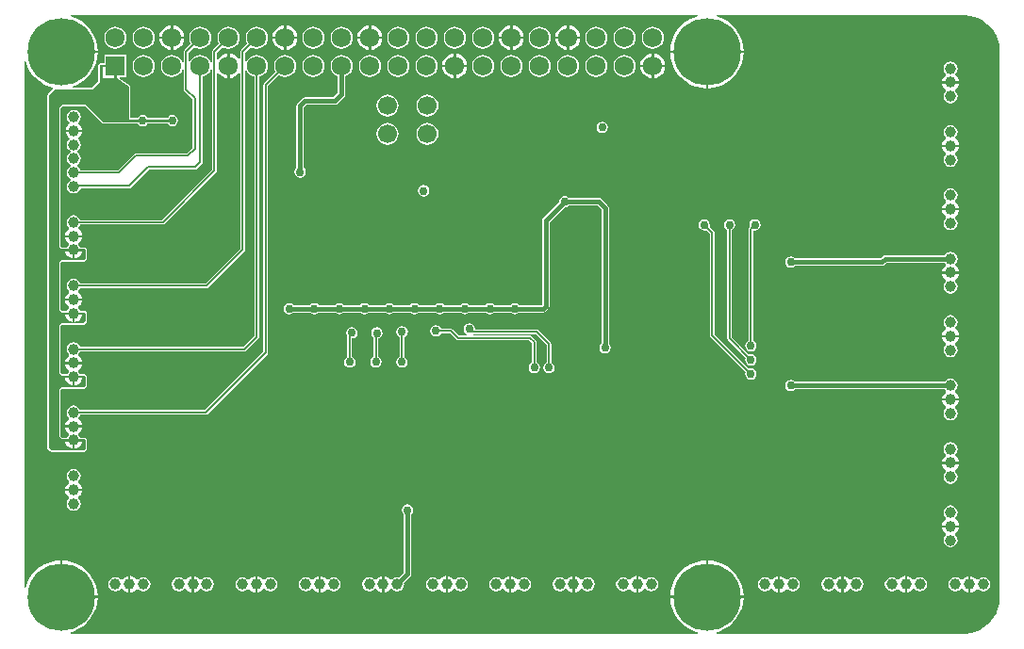
<source format=gbl>
G04*
G04 #@! TF.GenerationSoftware,Altium Limited,Altium Designer,20.2.6 (244)*
G04*
G04 Layer_Physical_Order=2*
G04 Layer_Color=16711680*
%FSLAX25Y25*%
%MOIN*%
G70*
G04*
G04 #@! TF.SameCoordinates,B7C649A0-D185-4167-BDA9-E368864AB92A*
G04*
G04*
G04 #@! TF.FilePolarity,Positive*
G04*
G01*
G75*
%ADD41C,0.00600*%
%ADD42C,0.01600*%
%ADD45C,0.23819*%
%ADD46C,0.06693*%
%ADD47C,0.03937*%
%ADD48C,0.06791*%
%ADD49R,0.06791X0.06791*%
%ADD50C,0.02953*%
%ADD51C,0.01035*%
G36*
X335219Y219455D02*
X336864Y219018D01*
X338438Y218369D01*
X339913Y217519D01*
X341264Y216484D01*
X342468Y215280D01*
X343503Y213929D01*
X344353Y212454D01*
X345002Y210880D01*
X345439Y209235D01*
X345657Y207547D01*
X345654Y206696D01*
X345654Y206694D01*
X345654Y206693D01*
X345654Y13780D01*
X345654Y13778D01*
X345654Y13777D01*
X345657Y12926D01*
X345439Y11238D01*
X345002Y9592D01*
X344353Y8019D01*
X343503Y6543D01*
X342468Y5192D01*
X341264Y3989D01*
X339913Y2953D01*
X338438Y2104D01*
X336864Y1455D01*
X335219Y1018D01*
X333531Y800D01*
X332680Y803D01*
X332678Y802D01*
X332677Y803D01*
X245515D01*
X245456Y1303D01*
X246128Y1464D01*
X248005Y2242D01*
X249737Y3303D01*
X251283Y4623D01*
X252602Y6168D01*
X253664Y7901D01*
X254442Y9778D01*
X254916Y11754D01*
X255044Y13379D01*
X229208D01*
X229336Y11754D01*
X229810Y9778D01*
X230588Y7901D01*
X231650Y6168D01*
X232969Y4623D01*
X234514Y3303D01*
X236247Y2242D01*
X238124Y1464D01*
X238796Y1303D01*
X238737Y803D01*
X17169D01*
X17110Y1303D01*
X17781Y1464D01*
X19658Y2242D01*
X21391Y3303D01*
X22936Y4623D01*
X24256Y6168D01*
X25317Y7901D01*
X26095Y9778D01*
X26570Y11754D01*
X26697Y13379D01*
X13780D01*
Y13780D01*
X13379D01*
Y26697D01*
X11754Y26570D01*
X9778Y26095D01*
X7901Y25317D01*
X6168Y24256D01*
X4623Y22936D01*
X3303Y21391D01*
X2242Y19658D01*
X1464Y17781D01*
X1303Y17110D01*
X803Y17169D01*
Y203304D01*
X1303Y203363D01*
X1464Y202691D01*
X2242Y200814D01*
X3303Y199082D01*
X4623Y197536D01*
X6168Y196217D01*
X7901Y195155D01*
X9778Y194377D01*
X10787Y194135D01*
X10805Y194106D01*
X10899Y193594D01*
X9105Y191800D01*
X8947Y191417D01*
X8947Y191417D01*
X8947Y66457D01*
X9105Y66074D01*
X9105Y66074D01*
X10011Y65168D01*
X10394Y65010D01*
X10394Y65010D01*
X21790Y65010D01*
X21790Y65010D01*
X22173Y65169D01*
X22824Y65819D01*
X22982Y66202D01*
X22982Y66202D01*
X22982Y69253D01*
X22982Y69253D01*
X22824Y69635D01*
X22824D01*
X22470Y69989D01*
X22087Y70148D01*
X22087Y70148D01*
X21545D01*
X21527Y70140D01*
X21509Y70146D01*
X21445Y70114D01*
X20558D01*
X20554Y70136D01*
X20008Y70953D01*
X19852Y71057D01*
X19894Y71631D01*
X20346Y71977D01*
X20821Y72597D01*
X21120Y73320D01*
X21170Y73694D01*
X18228D01*
X15287D01*
X15336Y73320D01*
X15635Y72597D01*
X16111Y71977D01*
X16563Y71631D01*
X16605Y71057D01*
X16449Y70953D01*
X15903Y70136D01*
X15899Y70114D01*
X15012D01*
X14947Y70146D01*
X14930Y70140D01*
X14912Y70148D01*
X14201D01*
X13612Y70736D01*
Y86981D01*
X14122Y87490D01*
X21927Y87490D01*
X22117Y87569D01*
X22307Y87646D01*
X22821Y88154D01*
X22822Y88156D01*
X22824Y88157D01*
X22902Y88347D01*
X22982Y88536D01*
X22981Y88538D01*
X22982Y88539D01*
X22982Y91654D01*
X22982Y91654D01*
X22824Y92036D01*
X22824Y92036D01*
X22430Y92430D01*
X22430Y92430D01*
X22047Y92589D01*
X22047Y92588D01*
X21545D01*
X21527Y92581D01*
X21509Y92587D01*
X21444Y92555D01*
X20558D01*
X20554Y92577D01*
X20008Y93394D01*
X19852Y93498D01*
X19894Y94072D01*
X20346Y94418D01*
X20821Y95038D01*
X21120Y95761D01*
X21170Y96135D01*
X18228D01*
X15287D01*
X15336Y95761D01*
X15635Y95038D01*
X16111Y94418D01*
X16563Y94072D01*
X16605Y93498D01*
X16449Y93394D01*
X15903Y92577D01*
X15899Y92555D01*
X15012D01*
X14947Y92587D01*
X14930Y92581D01*
X14912Y92588D01*
X14082D01*
X13612Y93059D01*
X13612Y109500D01*
X14082Y109971D01*
X21654D01*
X21654Y109971D01*
X22036Y110129D01*
X22036Y110129D01*
X22824Y110916D01*
X22824Y110916D01*
X22824Y110916D01*
X22824Y110916D01*
X22854Y110990D01*
X22982Y111299D01*
X22982Y111299D01*
X22982Y111299D01*
X22983Y114135D01*
X22983Y114135D01*
X22983Y114135D01*
X22915Y114299D01*
X22824Y114517D01*
X22824Y114517D01*
X22824Y114517D01*
X22471Y114871D01*
X22471Y114871D01*
X22471Y114871D01*
X22290Y114946D01*
X22088Y115029D01*
X22088Y115029D01*
X22088Y115029D01*
X21545D01*
X21527Y115022D01*
X21509Y115028D01*
X21444Y114996D01*
X20558D01*
X20554Y115018D01*
X20008Y115835D01*
X19852Y115939D01*
X19894Y116513D01*
X20346Y116859D01*
X20821Y117479D01*
X21120Y118201D01*
X21170Y118576D01*
X18228D01*
X15287D01*
X15336Y118201D01*
X15635Y117479D01*
X16111Y116859D01*
X16563Y116513D01*
X16605Y115939D01*
X16449Y115835D01*
X15903Y115018D01*
X15899Y114996D01*
X15012D01*
X14947Y115028D01*
X14930Y115022D01*
X14912Y115029D01*
X14082D01*
X13612Y115500D01*
Y131902D01*
X14083Y132372D01*
X21850Y132372D01*
X21850Y132372D01*
X22233Y132531D01*
X22824Y133121D01*
X22982Y133504D01*
X22982Y133504D01*
Y136535D01*
X22982Y136535D01*
X22824Y136918D01*
X22824Y136918D01*
X22430Y137312D01*
X22047Y137470D01*
X22047Y137470D01*
X21545D01*
X21527Y137463D01*
X21509Y137469D01*
X21445Y137437D01*
X20558D01*
X20554Y137459D01*
X20008Y138276D01*
X19852Y138380D01*
X19894Y138953D01*
X20346Y139300D01*
X20821Y139920D01*
X21120Y140642D01*
X21170Y141017D01*
X18228D01*
X15287D01*
X15336Y140642D01*
X15635Y139920D01*
X16111Y139300D01*
X16563Y138953D01*
X16605Y138380D01*
X16449Y138276D01*
X15903Y137459D01*
X15899Y137437D01*
X15012D01*
X14947Y137469D01*
X14930Y137463D01*
X14912Y137470D01*
X14082D01*
X13612Y137941D01*
Y186587D01*
X14358Y187333D01*
X22376D01*
X28209Y181552D01*
X28281Y181522D01*
X28330Y181461D01*
X28559Y181336D01*
X28694Y181322D01*
X28819Y181270D01*
X37795D01*
X37832Y181285D01*
X40954D01*
X41213Y180898D01*
X41867Y180461D01*
X42638Y180308D01*
X43409Y180461D01*
X44063Y180898D01*
X44321Y181285D01*
X51427D01*
X51685Y180898D01*
X52339Y180461D01*
X53110Y180308D01*
X53881Y180461D01*
X54535Y180898D01*
X54972Y181552D01*
X55125Y182323D01*
X54972Y183094D01*
X54535Y183748D01*
X53881Y184185D01*
X53110Y184338D01*
X52339Y184185D01*
X51685Y183748D01*
X51427Y183361D01*
X44321D01*
X44063Y183748D01*
X43409Y184185D01*
X42638Y184338D01*
X41867Y184185D01*
X41213Y183748D01*
X40954Y183361D01*
X38337D01*
Y194173D01*
X38318Y194218D01*
X38329Y194265D01*
X38241Y194404D01*
X38178Y194556D01*
X38133Y194574D01*
X38107Y194615D01*
X34311Y197293D01*
X34469Y197793D01*
X36848D01*
Y205585D01*
X29057D01*
Y202630D01*
X27520D01*
X27137Y202472D01*
X26978Y202089D01*
Y196287D01*
X24579Y193888D01*
X17883D01*
X17781Y194377D01*
X19658Y195155D01*
X21391Y196217D01*
X22936Y197536D01*
X24256Y199082D01*
X25317Y200814D01*
X26095Y202691D01*
X26570Y204667D01*
X26697Y206293D01*
X13780D01*
Y207093D01*
X26697D01*
X26570Y208719D01*
X26095Y210695D01*
X25317Y212572D01*
X24256Y214304D01*
X22936Y215849D01*
X21391Y217169D01*
X19658Y218231D01*
X17781Y219008D01*
X17110Y219170D01*
X17169Y219670D01*
X238737Y219670D01*
X238796Y219170D01*
X238124Y219008D01*
X236247Y218231D01*
X234514Y217169D01*
X232969Y215849D01*
X231650Y214304D01*
X230588Y212572D01*
X229810Y210695D01*
X229336Y208719D01*
X229208Y207093D01*
X255044D01*
X254916Y208719D01*
X254442Y210695D01*
X253664Y212572D01*
X252602Y214304D01*
X251283Y215849D01*
X249737Y217169D01*
X248005Y218231D01*
X246128Y219008D01*
X245456Y219170D01*
X245515Y219670D01*
X332677D01*
X332678Y219670D01*
X332680Y219670D01*
X333531Y219672D01*
X335219Y219455D01*
D02*
G37*
G36*
X28557Y202089D02*
X32953D01*
Y201689D01*
X33353D01*
Y197293D01*
X33376D01*
X33386Y197283D01*
X37795Y194173D01*
Y181811D01*
X28819D01*
X28589Y181936D01*
X22598Y187874D01*
X14134D01*
X13071Y186811D01*
Y137716D01*
X13858Y136929D01*
X14912D01*
X14941Y136896D01*
X18228D01*
X21516D01*
X21545Y136929D01*
X22047D01*
X22441Y136535D01*
Y133504D01*
X21850Y132913D01*
X13858Y132913D01*
X13071Y132126D01*
Y115276D01*
X13858Y114488D01*
X14912D01*
X14941Y114455D01*
X18228D01*
X21516D01*
X21545Y114488D01*
X22088D01*
X22442Y114135D01*
X22441Y111299D01*
X21654Y110512D01*
X13858D01*
X13071Y109724D01*
X13071Y92835D01*
X13858Y92047D01*
X14912D01*
X14941Y92014D01*
X18228D01*
X21516D01*
X21545Y92047D01*
X22047D01*
X22441Y91654D01*
X22441Y88539D01*
X21927Y88032D01*
X13898Y88032D01*
X13071Y87205D01*
Y70512D01*
X13976Y69606D01*
X14912D01*
X14941Y69573D01*
X18228D01*
X21516D01*
X21545Y69606D01*
X22087D01*
X22441Y69253D01*
X22441Y66202D01*
X21790Y65551D01*
X10394Y65551D01*
X9488Y66457D01*
X9488Y191417D01*
X11417Y193347D01*
X24882D01*
Y193425D01*
X27520Y196063D01*
Y202089D01*
X28557D01*
D01*
D02*
G37*
%LPC*%
G36*
X193353Y216070D02*
Y212089D01*
X197334D01*
X197235Y212837D01*
X196792Y213906D01*
X196088Y214824D01*
X195170Y215529D01*
X194100Y215971D01*
X193353Y216070D01*
D02*
G37*
G36*
X173353D02*
Y212089D01*
X177334D01*
X177235Y212837D01*
X176792Y213906D01*
X176088Y214824D01*
X175170Y215529D01*
X174100Y215971D01*
X173353Y216070D01*
D02*
G37*
G36*
X123353D02*
Y212089D01*
X127334D01*
X127235Y212837D01*
X126792Y213906D01*
X126088Y214824D01*
X125170Y215529D01*
X124100Y215971D01*
X123353Y216070D01*
D02*
G37*
G36*
X93353D02*
Y212089D01*
X97334D01*
X97235Y212837D01*
X96792Y213906D01*
X96088Y214824D01*
X95170Y215529D01*
X94100Y215971D01*
X93353Y216070D01*
D02*
G37*
G36*
X53353D02*
Y212089D01*
X57334D01*
X57235Y212837D01*
X56792Y213906D01*
X56088Y214824D01*
X55170Y215529D01*
X54100Y215971D01*
X53353Y216070D01*
D02*
G37*
G36*
X52553D02*
X51805Y215971D01*
X50736Y215529D01*
X49818Y214824D01*
X49113Y213906D01*
X48670Y212837D01*
X48572Y212089D01*
X52553D01*
Y216070D01*
D02*
G37*
G36*
X192553D02*
X191805Y215971D01*
X190736Y215529D01*
X189818Y214824D01*
X189113Y213906D01*
X188670Y212837D01*
X188572Y212089D01*
X192553D01*
Y216070D01*
D02*
G37*
G36*
X172553D02*
X171805Y215971D01*
X170736Y215529D01*
X169818Y214824D01*
X169113Y213906D01*
X168670Y212837D01*
X168572Y212089D01*
X172553D01*
Y216070D01*
D02*
G37*
G36*
X122553D02*
X121805Y215971D01*
X120736Y215529D01*
X119818Y214824D01*
X119113Y213906D01*
X118670Y212837D01*
X118572Y212089D01*
X122553D01*
Y216070D01*
D02*
G37*
G36*
X92553D02*
X91805Y215971D01*
X90736Y215529D01*
X89818Y214824D01*
X89113Y213906D01*
X88670Y212837D01*
X88572Y212089D01*
X92553D01*
Y216070D01*
D02*
G37*
G36*
X222953Y215618D02*
X221936Y215484D01*
X220988Y215092D01*
X220174Y214467D01*
X219550Y213654D01*
X219157Y212706D01*
X219023Y211689D01*
X219157Y210672D01*
X219550Y209724D01*
X220174Y208911D01*
X220988Y208286D01*
X221936Y207894D01*
X222953Y207760D01*
X223970Y207894D01*
X224917Y208286D01*
X225731Y208911D01*
X226356Y209724D01*
X226748Y210672D01*
X226882Y211689D01*
X226748Y212706D01*
X226356Y213654D01*
X225731Y214467D01*
X224917Y215092D01*
X223970Y215484D01*
X222953Y215618D01*
D02*
G37*
G36*
X212953D02*
X211936Y215484D01*
X210988Y215092D01*
X210174Y214467D01*
X209550Y213654D01*
X209157Y212706D01*
X209023Y211689D01*
X209157Y210672D01*
X209550Y209724D01*
X210174Y208911D01*
X210988Y208286D01*
X211936Y207894D01*
X212953Y207760D01*
X213970Y207894D01*
X214917Y208286D01*
X215731Y208911D01*
X216356Y209724D01*
X216748Y210672D01*
X216882Y211689D01*
X216748Y212706D01*
X216356Y213654D01*
X215731Y214467D01*
X214917Y215092D01*
X213970Y215484D01*
X212953Y215618D01*
D02*
G37*
G36*
X202953D02*
X201936Y215484D01*
X200988Y215092D01*
X200174Y214467D01*
X199550Y213654D01*
X199157Y212706D01*
X199023Y211689D01*
X199157Y210672D01*
X199550Y209724D01*
X200174Y208911D01*
X200988Y208286D01*
X201936Y207894D01*
X202953Y207760D01*
X203970Y207894D01*
X204917Y208286D01*
X205731Y208911D01*
X206356Y209724D01*
X206748Y210672D01*
X206882Y211689D01*
X206748Y212706D01*
X206356Y213654D01*
X205731Y214467D01*
X204917Y215092D01*
X203970Y215484D01*
X202953Y215618D01*
D02*
G37*
G36*
X182953D02*
X181936Y215484D01*
X180988Y215092D01*
X180174Y214467D01*
X179550Y213654D01*
X179157Y212706D01*
X179024Y211689D01*
X179157Y210672D01*
X179550Y209724D01*
X180174Y208911D01*
X180988Y208286D01*
X181936Y207894D01*
X182953Y207760D01*
X183970Y207894D01*
X184917Y208286D01*
X185731Y208911D01*
X186356Y209724D01*
X186748Y210672D01*
X186882Y211689D01*
X186748Y212706D01*
X186356Y213654D01*
X185731Y214467D01*
X184917Y215092D01*
X183970Y215484D01*
X182953Y215618D01*
D02*
G37*
G36*
X162953D02*
X161936Y215484D01*
X160988Y215092D01*
X160174Y214467D01*
X159550Y213654D01*
X159157Y212706D01*
X159023Y211689D01*
X159157Y210672D01*
X159550Y209724D01*
X160174Y208911D01*
X160988Y208286D01*
X161936Y207894D01*
X162953Y207760D01*
X163970Y207894D01*
X164917Y208286D01*
X165731Y208911D01*
X166356Y209724D01*
X166748Y210672D01*
X166882Y211689D01*
X166748Y212706D01*
X166356Y213654D01*
X165731Y214467D01*
X164917Y215092D01*
X163970Y215484D01*
X162953Y215618D01*
D02*
G37*
G36*
X152953D02*
X151936Y215484D01*
X150988Y215092D01*
X150174Y214467D01*
X149550Y213654D01*
X149157Y212706D01*
X149023Y211689D01*
X149157Y210672D01*
X149550Y209724D01*
X150174Y208911D01*
X150988Y208286D01*
X151936Y207894D01*
X152953Y207760D01*
X153970Y207894D01*
X154917Y208286D01*
X155731Y208911D01*
X156356Y209724D01*
X156748Y210672D01*
X156882Y211689D01*
X156748Y212706D01*
X156356Y213654D01*
X155731Y214467D01*
X154917Y215092D01*
X153970Y215484D01*
X152953Y215618D01*
D02*
G37*
G36*
X142953D02*
X141936Y215484D01*
X140988Y215092D01*
X140174Y214467D01*
X139550Y213654D01*
X139157Y212706D01*
X139023Y211689D01*
X139157Y210672D01*
X139550Y209724D01*
X140174Y208911D01*
X140988Y208286D01*
X141936Y207894D01*
X142953Y207760D01*
X143970Y207894D01*
X144917Y208286D01*
X145731Y208911D01*
X146356Y209724D01*
X146748Y210672D01*
X146882Y211689D01*
X146748Y212706D01*
X146356Y213654D01*
X145731Y214467D01*
X144917Y215092D01*
X143970Y215484D01*
X142953Y215618D01*
D02*
G37*
G36*
X132953D02*
X131936Y215484D01*
X130988Y215092D01*
X130174Y214467D01*
X129550Y213654D01*
X129157Y212706D01*
X129024Y211689D01*
X129157Y210672D01*
X129550Y209724D01*
X130174Y208911D01*
X130988Y208286D01*
X131936Y207894D01*
X132953Y207760D01*
X133970Y207894D01*
X134917Y208286D01*
X135731Y208911D01*
X136356Y209724D01*
X136748Y210672D01*
X136882Y211689D01*
X136748Y212706D01*
X136356Y213654D01*
X135731Y214467D01*
X134917Y215092D01*
X133970Y215484D01*
X132953Y215618D01*
D02*
G37*
G36*
X112953D02*
X111936Y215484D01*
X110988Y215092D01*
X110174Y214467D01*
X109550Y213654D01*
X109157Y212706D01*
X109023Y211689D01*
X109157Y210672D01*
X109550Y209724D01*
X110174Y208911D01*
X110988Y208286D01*
X111936Y207894D01*
X112953Y207760D01*
X113970Y207894D01*
X114917Y208286D01*
X115731Y208911D01*
X116356Y209724D01*
X116748Y210672D01*
X116882Y211689D01*
X116748Y212706D01*
X116356Y213654D01*
X115731Y214467D01*
X114917Y215092D01*
X113970Y215484D01*
X112953Y215618D01*
D02*
G37*
G36*
X102953D02*
X101936Y215484D01*
X100988Y215092D01*
X100174Y214467D01*
X99550Y213654D01*
X99157Y212706D01*
X99023Y211689D01*
X99157Y210672D01*
X99550Y209724D01*
X100174Y208911D01*
X100988Y208286D01*
X101936Y207894D01*
X102953Y207760D01*
X103970Y207894D01*
X104917Y208286D01*
X105731Y208911D01*
X106356Y209724D01*
X106748Y210672D01*
X106882Y211689D01*
X106748Y212706D01*
X106356Y213654D01*
X105731Y214467D01*
X104917Y215092D01*
X103970Y215484D01*
X102953Y215618D01*
D02*
G37*
G36*
X82953D02*
X81936Y215484D01*
X80988Y215092D01*
X80174Y214467D01*
X79550Y213654D01*
X79157Y212706D01*
X79023Y211689D01*
X79157Y210672D01*
X79550Y209724D01*
X79673Y209563D01*
X77381Y207271D01*
X77204Y207006D01*
X77142Y206694D01*
X77142Y206694D01*
Y204271D01*
X76642Y204101D01*
X76088Y204824D01*
X75170Y205529D01*
X74100Y205972D01*
X73353Y206070D01*
Y201689D01*
Y197308D01*
X74100Y197406D01*
X75170Y197849D01*
X76088Y198554D01*
X76642Y199276D01*
X77142Y199107D01*
Y136918D01*
X64938Y124713D01*
X20583D01*
X20554Y124861D01*
X20008Y125677D01*
X19192Y126223D01*
X18228Y126415D01*
X17265Y126223D01*
X16449Y125677D01*
X15903Y124861D01*
X15711Y123898D01*
X15903Y122934D01*
X16449Y122118D01*
X16605Y122014D01*
X16563Y121440D01*
X16111Y121093D01*
X15635Y120473D01*
X15336Y119751D01*
X15287Y119376D01*
X18228D01*
X21170D01*
X21120Y119751D01*
X20821Y120473D01*
X20346Y121093D01*
X19894Y121440D01*
X19852Y122014D01*
X20008Y122118D01*
X20554Y122934D01*
X20583Y123082D01*
X65276D01*
X65276Y123082D01*
X65588Y123144D01*
X65852Y123321D01*
X78535Y136003D01*
X78535Y136003D01*
X78711Y136268D01*
X78774Y136580D01*
X78774Y136580D01*
Y200292D01*
X79274Y200392D01*
X79550Y199724D01*
X80174Y198910D01*
X80988Y198286D01*
X81936Y197894D01*
X82137Y197867D01*
Y106125D01*
X78284Y102272D01*
X20583D01*
X20554Y102420D01*
X20008Y103236D01*
X19192Y103782D01*
X18228Y103974D01*
X17265Y103782D01*
X16449Y103236D01*
X15903Y102420D01*
X15711Y101457D01*
X15903Y100494D01*
X16449Y99677D01*
X16605Y99573D01*
X16563Y98999D01*
X16111Y98653D01*
X15635Y98032D01*
X15336Y97310D01*
X15287Y96935D01*
X18228D01*
X21170D01*
X21120Y97310D01*
X20821Y98032D01*
X20346Y98653D01*
X19894Y98999D01*
X19852Y99573D01*
X20008Y99677D01*
X20554Y100494D01*
X20583Y100641D01*
X78622D01*
X78622Y100641D01*
X78934Y100703D01*
X79199Y100880D01*
X83530Y105211D01*
X83530Y105211D01*
X83706Y105475D01*
X83768Y105787D01*
Y197867D01*
X83970Y197894D01*
X84917Y198286D01*
X85731Y198910D01*
X86356Y199724D01*
X86748Y200672D01*
X86882Y201689D01*
X86748Y202706D01*
X86356Y203654D01*
X85731Y204467D01*
X84917Y205092D01*
X83970Y205484D01*
X82953Y205618D01*
X81936Y205484D01*
X80988Y205092D01*
X80174Y204467D01*
X79550Y203654D01*
X79274Y202987D01*
X78774Y203086D01*
Y206356D01*
X80827Y208410D01*
X80988Y208286D01*
X81936Y207894D01*
X82953Y207760D01*
X83970Y207894D01*
X84917Y208286D01*
X85731Y208911D01*
X86356Y209724D01*
X86748Y210672D01*
X86882Y211689D01*
X86748Y212706D01*
X86356Y213654D01*
X85731Y214467D01*
X84917Y215092D01*
X83970Y215484D01*
X82953Y215618D01*
D02*
G37*
G36*
X72953D02*
X71936Y215484D01*
X70988Y215092D01*
X70174Y214467D01*
X69550Y213654D01*
X69157Y212706D01*
X69024Y211689D01*
X69157Y210672D01*
X69550Y209724D01*
X69674Y209563D01*
X67381Y207271D01*
X67204Y207006D01*
X67142Y206694D01*
X67142Y206694D01*
Y203061D01*
X66642Y202962D01*
X66356Y203654D01*
X65731Y204467D01*
X64917Y205092D01*
X63970Y205484D01*
X62953Y205618D01*
X61936Y205484D01*
X60988Y205092D01*
X60174Y204467D01*
X59550Y203654D01*
X59274Y202987D01*
X58774Y203086D01*
Y206356D01*
X60827Y208410D01*
X60988Y208286D01*
X61936Y207894D01*
X62953Y207760D01*
X63970Y207894D01*
X64917Y208286D01*
X65731Y208911D01*
X66356Y209724D01*
X66748Y210672D01*
X66882Y211689D01*
X66748Y212706D01*
X66356Y213654D01*
X65731Y214467D01*
X64917Y215092D01*
X63970Y215484D01*
X62953Y215618D01*
X61936Y215484D01*
X60988Y215092D01*
X60174Y214467D01*
X59550Y213654D01*
X59157Y212706D01*
X59023Y211689D01*
X59157Y210672D01*
X59550Y209724D01*
X59674Y209563D01*
X57381Y207271D01*
X57204Y207006D01*
X57142Y206694D01*
X57142Y206694D01*
Y203061D01*
X56642Y202962D01*
X56356Y203654D01*
X55731Y204467D01*
X54917Y205092D01*
X53970Y205484D01*
X52953Y205618D01*
X51936Y205484D01*
X50988Y205092D01*
X50174Y204467D01*
X49550Y203654D01*
X49157Y202706D01*
X49024Y201689D01*
X49157Y200672D01*
X49550Y199724D01*
X50174Y198910D01*
X50988Y198286D01*
X51936Y197894D01*
X52953Y197760D01*
X53970Y197894D01*
X54917Y198286D01*
X55731Y198910D01*
X56356Y199724D01*
X56642Y200416D01*
X57142Y200317D01*
Y193381D01*
X57142Y193381D01*
X57204Y193069D01*
X57381Y192804D01*
X60208Y189977D01*
Y172818D01*
X58127Y170737D01*
X40315D01*
X40315Y170737D01*
X40003Y170675D01*
X39738Y170498D01*
X39738Y170498D01*
X33993Y164753D01*
X20662D01*
X20632Y164900D01*
X20087Y165717D01*
X19501Y166108D01*
Y166687D01*
X20087Y167079D01*
X20632Y167895D01*
X20824Y168858D01*
X20632Y169821D01*
X20087Y170638D01*
X19501Y171029D01*
Y171609D01*
X20087Y172000D01*
X20632Y172816D01*
X20824Y173779D01*
X20632Y174743D01*
X20087Y175559D01*
X19931Y175663D01*
X19973Y176237D01*
X20424Y176584D01*
X20900Y177204D01*
X21199Y177926D01*
X21249Y178301D01*
X18307D01*
X15366D01*
X15415Y177926D01*
X15714Y177204D01*
X16190Y176584D01*
X16642Y176237D01*
X16683Y175663D01*
X16527Y175559D01*
X15982Y174743D01*
X15790Y173779D01*
X15982Y172816D01*
X16527Y172000D01*
X17113Y171609D01*
Y171029D01*
X16527Y170638D01*
X15982Y169821D01*
X15790Y168858D01*
X15982Y167895D01*
X16527Y167079D01*
X17113Y166687D01*
Y166108D01*
X16527Y165717D01*
X15982Y164900D01*
X15790Y163937D01*
X15982Y162974D01*
X16527Y162157D01*
X17113Y161766D01*
Y161187D01*
X16527Y160795D01*
X15982Y159979D01*
X15790Y159016D01*
X15982Y158053D01*
X16527Y157236D01*
X17344Y156691D01*
X18307Y156499D01*
X19270Y156691D01*
X20087Y157236D01*
X20632Y158053D01*
X20693Y158358D01*
X37835D01*
X37835Y158358D01*
X38147Y158420D01*
X38411Y158597D01*
X44826Y165011D01*
X61260D01*
X61260Y165011D01*
X61572Y165073D01*
X61837Y165250D01*
X63529Y166943D01*
X63706Y167208D01*
X63768Y167520D01*
X63768Y167520D01*
Y197867D01*
X63970Y197894D01*
X64917Y198286D01*
X65731Y198910D01*
X66356Y199724D01*
X66642Y200416D01*
X67142Y200317D01*
Y164831D01*
X49465Y147154D01*
X20583D01*
X20554Y147302D01*
X20008Y148118D01*
X19192Y148664D01*
X18228Y148855D01*
X17265Y148664D01*
X16449Y148118D01*
X15903Y147302D01*
X15711Y146339D01*
X15903Y145375D01*
X16449Y144559D01*
X16605Y144455D01*
X16563Y143881D01*
X16111Y143535D01*
X15635Y142914D01*
X15336Y142192D01*
X15287Y141817D01*
X18228D01*
X21170D01*
X21120Y142192D01*
X20821Y142914D01*
X20346Y143535D01*
X19894Y143881D01*
X19852Y144455D01*
X20008Y144559D01*
X20554Y145375D01*
X20583Y145523D01*
X49803D01*
X49803Y145523D01*
X50115Y145585D01*
X50380Y145762D01*
X68535Y163917D01*
X68712Y164181D01*
X68774Y164493D01*
X68774Y164493D01*
Y199093D01*
X69274Y199263D01*
X69818Y198554D01*
X70736Y197849D01*
X71805Y197406D01*
X72553Y197308D01*
Y201689D01*
Y206070D01*
X71805Y205972D01*
X70736Y205529D01*
X69818Y204824D01*
X69274Y204115D01*
X68774Y204285D01*
Y206356D01*
X70827Y208410D01*
X70988Y208286D01*
X71936Y207894D01*
X72953Y207760D01*
X73970Y207894D01*
X74917Y208286D01*
X75731Y208911D01*
X76356Y209724D01*
X76748Y210672D01*
X76882Y211689D01*
X76748Y212706D01*
X76356Y213654D01*
X75731Y214467D01*
X74917Y215092D01*
X73970Y215484D01*
X72953Y215618D01*
D02*
G37*
G36*
X42953D02*
X41936Y215484D01*
X40988Y215092D01*
X40174Y214467D01*
X39550Y213654D01*
X39157Y212706D01*
X39024Y211689D01*
X39157Y210672D01*
X39550Y209724D01*
X40174Y208911D01*
X40988Y208286D01*
X41936Y207894D01*
X42953Y207760D01*
X43970Y207894D01*
X44917Y208286D01*
X45731Y208911D01*
X46356Y209724D01*
X46748Y210672D01*
X46882Y211689D01*
X46748Y212706D01*
X46356Y213654D01*
X45731Y214467D01*
X44917Y215092D01*
X43970Y215484D01*
X42953Y215618D01*
D02*
G37*
G36*
X32953D02*
X31936Y215484D01*
X30988Y215092D01*
X30174Y214467D01*
X29550Y213654D01*
X29157Y212706D01*
X29024Y211689D01*
X29157Y210672D01*
X29550Y209724D01*
X30174Y208911D01*
X30988Y208286D01*
X31936Y207894D01*
X32953Y207760D01*
X33970Y207894D01*
X34917Y208286D01*
X35731Y208911D01*
X36356Y209724D01*
X36748Y210672D01*
X36882Y211689D01*
X36748Y212706D01*
X36356Y213654D01*
X35731Y214467D01*
X34917Y215092D01*
X33970Y215484D01*
X32953Y215618D01*
D02*
G37*
G36*
X197334Y211289D02*
X193353D01*
Y207308D01*
X194100Y207406D01*
X195170Y207849D01*
X196088Y208554D01*
X196792Y209472D01*
X197235Y210542D01*
X197334Y211289D01*
D02*
G37*
G36*
X177334D02*
X173353D01*
Y207308D01*
X174100Y207406D01*
X175170Y207849D01*
X176088Y208554D01*
X176792Y209472D01*
X177235Y210542D01*
X177334Y211289D01*
D02*
G37*
G36*
X127334D02*
X123353D01*
Y207308D01*
X124100Y207406D01*
X125170Y207849D01*
X126088Y208554D01*
X126792Y209472D01*
X127235Y210542D01*
X127334Y211289D01*
D02*
G37*
G36*
X97334D02*
X93353D01*
Y207308D01*
X94100Y207406D01*
X95170Y207849D01*
X96088Y208554D01*
X96792Y209472D01*
X97235Y210542D01*
X97334Y211289D01*
D02*
G37*
G36*
X57334D02*
X53353D01*
Y207308D01*
X54100Y207406D01*
X55170Y207849D01*
X56088Y208554D01*
X56792Y209472D01*
X57235Y210542D01*
X57334Y211289D01*
D02*
G37*
G36*
X192553D02*
X188572D01*
X188670Y210542D01*
X189113Y209472D01*
X189818Y208554D01*
X190736Y207849D01*
X191805Y207406D01*
X192553Y207308D01*
Y211289D01*
D02*
G37*
G36*
X172553D02*
X168572D01*
X168670Y210542D01*
X169113Y209472D01*
X169818Y208554D01*
X170736Y207849D01*
X171805Y207406D01*
X172553Y207308D01*
Y211289D01*
D02*
G37*
G36*
X122553D02*
X118572D01*
X118670Y210542D01*
X119113Y209472D01*
X119818Y208554D01*
X120736Y207849D01*
X121805Y207406D01*
X122553Y207308D01*
Y211289D01*
D02*
G37*
G36*
X92553D02*
X88572D01*
X88670Y210542D01*
X89113Y209472D01*
X89818Y208554D01*
X90736Y207849D01*
X91805Y207406D01*
X92553Y207308D01*
Y211289D01*
D02*
G37*
G36*
X52553D02*
X48572D01*
X48670Y210542D01*
X49113Y209472D01*
X49818Y208554D01*
X50736Y207849D01*
X51805Y207406D01*
X52553Y207308D01*
Y211289D01*
D02*
G37*
G36*
X223353Y206070D02*
Y202089D01*
X227334D01*
X227235Y202836D01*
X226792Y203906D01*
X226088Y204824D01*
X225170Y205529D01*
X224100Y205972D01*
X223353Y206070D01*
D02*
G37*
G36*
X153353D02*
Y202089D01*
X157334D01*
X157235Y202836D01*
X156792Y203906D01*
X156088Y204824D01*
X155170Y205529D01*
X154100Y205972D01*
X153353Y206070D01*
D02*
G37*
G36*
X222553D02*
X221805Y205972D01*
X220736Y205529D01*
X219818Y204824D01*
X219113Y203906D01*
X218670Y202836D01*
X218572Y202089D01*
X222553D01*
Y206070D01*
D02*
G37*
G36*
X152553D02*
X151805Y205972D01*
X150736Y205529D01*
X149818Y204824D01*
X149113Y203906D01*
X148670Y202836D01*
X148572Y202089D01*
X152553D01*
Y206070D01*
D02*
G37*
G36*
X212953Y205618D02*
X211936Y205484D01*
X210988Y205092D01*
X210174Y204467D01*
X209550Y203654D01*
X209157Y202706D01*
X209023Y201689D01*
X209157Y200672D01*
X209550Y199724D01*
X210174Y198910D01*
X210988Y198286D01*
X211936Y197894D01*
X212953Y197760D01*
X213970Y197894D01*
X214917Y198286D01*
X215731Y198910D01*
X216356Y199724D01*
X216748Y200672D01*
X216882Y201689D01*
X216748Y202706D01*
X216356Y203654D01*
X215731Y204467D01*
X214917Y205092D01*
X213970Y205484D01*
X212953Y205618D01*
D02*
G37*
G36*
X202953D02*
X201936Y205484D01*
X200988Y205092D01*
X200174Y204467D01*
X199550Y203654D01*
X199157Y202706D01*
X199023Y201689D01*
X199157Y200672D01*
X199550Y199724D01*
X200174Y198910D01*
X200988Y198286D01*
X201936Y197894D01*
X202953Y197760D01*
X203970Y197894D01*
X204917Y198286D01*
X205731Y198910D01*
X206356Y199724D01*
X206748Y200672D01*
X206882Y201689D01*
X206748Y202706D01*
X206356Y203654D01*
X205731Y204467D01*
X204917Y205092D01*
X203970Y205484D01*
X202953Y205618D01*
D02*
G37*
G36*
X192953D02*
X191936Y205484D01*
X190988Y205092D01*
X190174Y204467D01*
X189550Y203654D01*
X189157Y202706D01*
X189023Y201689D01*
X189157Y200672D01*
X189550Y199724D01*
X190174Y198910D01*
X190988Y198286D01*
X191936Y197894D01*
X192953Y197760D01*
X193970Y197894D01*
X194917Y198286D01*
X195731Y198910D01*
X196356Y199724D01*
X196748Y200672D01*
X196882Y201689D01*
X196748Y202706D01*
X196356Y203654D01*
X195731Y204467D01*
X194917Y205092D01*
X193970Y205484D01*
X192953Y205618D01*
D02*
G37*
G36*
X182953D02*
X181936Y205484D01*
X180988Y205092D01*
X180174Y204467D01*
X179550Y203654D01*
X179157Y202706D01*
X179024Y201689D01*
X179157Y200672D01*
X179550Y199724D01*
X180174Y198910D01*
X180988Y198286D01*
X181936Y197894D01*
X182953Y197760D01*
X183970Y197894D01*
X184917Y198286D01*
X185731Y198910D01*
X186356Y199724D01*
X186748Y200672D01*
X186882Y201689D01*
X186748Y202706D01*
X186356Y203654D01*
X185731Y204467D01*
X184917Y205092D01*
X183970Y205484D01*
X182953Y205618D01*
D02*
G37*
G36*
X172953D02*
X171936Y205484D01*
X170988Y205092D01*
X170174Y204467D01*
X169550Y203654D01*
X169157Y202706D01*
X169024Y201689D01*
X169157Y200672D01*
X169550Y199724D01*
X170174Y198910D01*
X170988Y198286D01*
X171936Y197894D01*
X172953Y197760D01*
X173970Y197894D01*
X174917Y198286D01*
X175731Y198910D01*
X176356Y199724D01*
X176748Y200672D01*
X176882Y201689D01*
X176748Y202706D01*
X176356Y203654D01*
X175731Y204467D01*
X174917Y205092D01*
X173970Y205484D01*
X172953Y205618D01*
D02*
G37*
G36*
X162953D02*
X161936Y205484D01*
X160988Y205092D01*
X160174Y204467D01*
X159550Y203654D01*
X159157Y202706D01*
X159023Y201689D01*
X159157Y200672D01*
X159550Y199724D01*
X160174Y198910D01*
X160988Y198286D01*
X161936Y197894D01*
X162953Y197760D01*
X163970Y197894D01*
X164917Y198286D01*
X165731Y198910D01*
X166356Y199724D01*
X166748Y200672D01*
X166882Y201689D01*
X166748Y202706D01*
X166356Y203654D01*
X165731Y204467D01*
X164917Y205092D01*
X163970Y205484D01*
X162953Y205618D01*
D02*
G37*
G36*
X142953D02*
X141936Y205484D01*
X140988Y205092D01*
X140174Y204467D01*
X139550Y203654D01*
X139157Y202706D01*
X139023Y201689D01*
X139157Y200672D01*
X139550Y199724D01*
X140174Y198910D01*
X140988Y198286D01*
X141936Y197894D01*
X142953Y197760D01*
X143970Y197894D01*
X144917Y198286D01*
X145731Y198910D01*
X146356Y199724D01*
X146748Y200672D01*
X146882Y201689D01*
X146748Y202706D01*
X146356Y203654D01*
X145731Y204467D01*
X144917Y205092D01*
X143970Y205484D01*
X142953Y205618D01*
D02*
G37*
G36*
X132953D02*
X131936Y205484D01*
X130988Y205092D01*
X130174Y204467D01*
X129550Y203654D01*
X129157Y202706D01*
X129024Y201689D01*
X129157Y200672D01*
X129550Y199724D01*
X130174Y198910D01*
X130988Y198286D01*
X131936Y197894D01*
X132953Y197760D01*
X133970Y197894D01*
X134917Y198286D01*
X135731Y198910D01*
X136356Y199724D01*
X136748Y200672D01*
X136882Y201689D01*
X136748Y202706D01*
X136356Y203654D01*
X135731Y204467D01*
X134917Y205092D01*
X133970Y205484D01*
X132953Y205618D01*
D02*
G37*
G36*
X122953D02*
X121936Y205484D01*
X120988Y205092D01*
X120174Y204467D01*
X119550Y203654D01*
X119157Y202706D01*
X119024Y201689D01*
X119157Y200672D01*
X119550Y199724D01*
X120174Y198910D01*
X120988Y198286D01*
X121936Y197894D01*
X122953Y197760D01*
X123970Y197894D01*
X124917Y198286D01*
X125731Y198910D01*
X126356Y199724D01*
X126748Y200672D01*
X126882Y201689D01*
X126748Y202706D01*
X126356Y203654D01*
X125731Y204467D01*
X124917Y205092D01*
X123970Y205484D01*
X122953Y205618D01*
D02*
G37*
G36*
X102953D02*
X101936Y205484D01*
X100988Y205092D01*
X100174Y204467D01*
X99550Y203654D01*
X99157Y202706D01*
X99023Y201689D01*
X99157Y200672D01*
X99550Y199724D01*
X100174Y198910D01*
X100988Y198286D01*
X101936Y197894D01*
X102953Y197760D01*
X103970Y197894D01*
X104917Y198286D01*
X105731Y198910D01*
X106356Y199724D01*
X106748Y200672D01*
X106882Y201689D01*
X106748Y202706D01*
X106356Y203654D01*
X105731Y204467D01*
X104917Y205092D01*
X103970Y205484D01*
X102953Y205618D01*
D02*
G37*
G36*
X92953D02*
X91936Y205484D01*
X90988Y205092D01*
X90174Y204467D01*
X89550Y203654D01*
X89157Y202706D01*
X89024Y201689D01*
X89157Y200672D01*
X89550Y199724D01*
X89674Y199563D01*
X85565Y195455D01*
X85388Y195190D01*
X85326Y194878D01*
X85326Y194878D01*
Y100692D01*
X64465Y79831D01*
X20583D01*
X20554Y79979D01*
X20008Y80795D01*
X19192Y81341D01*
X18228Y81533D01*
X17265Y81341D01*
X16449Y80795D01*
X15903Y79979D01*
X15711Y79016D01*
X15903Y78053D01*
X16449Y77236D01*
X16605Y77132D01*
X16563Y76558D01*
X16111Y76212D01*
X15635Y75591D01*
X15336Y74869D01*
X15287Y74494D01*
X18228D01*
X21170D01*
X21120Y74869D01*
X20821Y75591D01*
X20346Y76212D01*
X19894Y76558D01*
X19852Y77132D01*
X20008Y77236D01*
X20554Y78053D01*
X20583Y78200D01*
X64803D01*
X64803Y78200D01*
X65115Y78262D01*
X65380Y78439D01*
X86718Y99778D01*
X86895Y100042D01*
X86957Y100354D01*
X86957Y100354D01*
Y194540D01*
X90827Y198410D01*
X90988Y198286D01*
X91936Y197894D01*
X92953Y197760D01*
X93970Y197894D01*
X94917Y198286D01*
X95731Y198910D01*
X96356Y199724D01*
X96748Y200672D01*
X96882Y201689D01*
X96748Y202706D01*
X96356Y203654D01*
X95731Y204467D01*
X94917Y205092D01*
X93970Y205484D01*
X92953Y205618D01*
D02*
G37*
G36*
X42953D02*
X41936Y205484D01*
X40988Y205092D01*
X40174Y204467D01*
X39550Y203654D01*
X39157Y202706D01*
X39024Y201689D01*
X39157Y200672D01*
X39550Y199724D01*
X40174Y198910D01*
X40988Y198286D01*
X41936Y197894D01*
X42953Y197760D01*
X43970Y197894D01*
X44917Y198286D01*
X45731Y198910D01*
X46356Y199724D01*
X46748Y200672D01*
X46882Y201689D01*
X46748Y202706D01*
X46356Y203654D01*
X45731Y204467D01*
X44917Y205092D01*
X43970Y205484D01*
X42953Y205618D01*
D02*
G37*
G36*
X227334Y201289D02*
X223353D01*
Y197308D01*
X224100Y197406D01*
X225170Y197849D01*
X226088Y198554D01*
X226792Y199472D01*
X227235Y200541D01*
X227334Y201289D01*
D02*
G37*
G36*
X157334D02*
X153353D01*
Y197308D01*
X154100Y197406D01*
X155170Y197849D01*
X156088Y198554D01*
X156792Y199472D01*
X157235Y200541D01*
X157334Y201289D01*
D02*
G37*
G36*
X222553D02*
X218572D01*
X218670Y200541D01*
X219113Y199472D01*
X219818Y198554D01*
X220736Y197849D01*
X221805Y197406D01*
X222553Y197308D01*
Y201289D01*
D02*
G37*
G36*
X152553D02*
X148572D01*
X148670Y200541D01*
X149113Y199472D01*
X149818Y198554D01*
X150736Y197849D01*
X151805Y197406D01*
X152553Y197308D01*
Y201289D01*
D02*
G37*
G36*
X328228Y203265D02*
X327265Y203073D01*
X326449Y202528D01*
X325903Y201711D01*
X325711Y200748D01*
X325903Y199785D01*
X326449Y198968D01*
X326605Y198864D01*
X326563Y198291D01*
X326111Y197944D01*
X325635Y197324D01*
X325336Y196602D01*
X325287Y196227D01*
X328228D01*
X331170D01*
X331120Y196602D01*
X330821Y197324D01*
X330346Y197944D01*
X329894Y198291D01*
X329852Y198864D01*
X330008Y198968D01*
X330554Y199785D01*
X330745Y200748D01*
X330554Y201711D01*
X330008Y202528D01*
X329191Y203073D01*
X328228Y203265D01*
D02*
G37*
G36*
X255044Y206293D02*
X242526D01*
Y193775D01*
X244152Y193903D01*
X246128Y194377D01*
X248005Y195155D01*
X249737Y196217D01*
X251283Y197536D01*
X252602Y199082D01*
X253664Y200814D01*
X254442Y202691D01*
X254916Y204667D01*
X255044Y206293D01*
D02*
G37*
G36*
X241726D02*
X229208D01*
X229336Y204667D01*
X229810Y202691D01*
X230588Y200814D01*
X231650Y199082D01*
X232969Y197536D01*
X234514Y196217D01*
X236247Y195155D01*
X238124Y194377D01*
X240100Y193903D01*
X241726Y193775D01*
Y206293D01*
D02*
G37*
G36*
X331170Y195427D02*
X328228D01*
X325287D01*
X325336Y195052D01*
X325635Y194330D01*
X326111Y193710D01*
X326563Y193363D01*
X326605Y192789D01*
X326449Y192685D01*
X325903Y191869D01*
X325711Y190905D01*
X325903Y189942D01*
X326449Y189126D01*
X327265Y188580D01*
X328228Y188389D01*
X329191Y188580D01*
X330008Y189126D01*
X330554Y189942D01*
X330745Y190905D01*
X330554Y191869D01*
X330008Y192685D01*
X329852Y192789D01*
X329894Y193363D01*
X330346Y193710D01*
X330821Y194330D01*
X331120Y195052D01*
X331170Y195427D01*
D02*
G37*
G36*
X143268Y191517D02*
X142264Y191385D01*
X141328Y190998D01*
X140524Y190381D01*
X139908Y189578D01*
X139520Y188642D01*
X139388Y187638D01*
X139520Y186634D01*
X139908Y185698D01*
X140524Y184895D01*
X141328Y184278D01*
X142264Y183890D01*
X143268Y183758D01*
X144272Y183890D01*
X145208Y184278D01*
X146011Y184895D01*
X146628Y185698D01*
X147015Y186634D01*
X147147Y187638D01*
X147015Y188642D01*
X146628Y189578D01*
X146011Y190381D01*
X145208Y190998D01*
X144272Y191385D01*
X143268Y191517D01*
D02*
G37*
G36*
X129213D02*
X128208Y191385D01*
X127273Y190998D01*
X126469Y190381D01*
X125853Y189578D01*
X125465Y188642D01*
X125333Y187638D01*
X125465Y186634D01*
X125853Y185698D01*
X126469Y184895D01*
X127273Y184278D01*
X128208Y183890D01*
X129213Y183758D01*
X130217Y183890D01*
X131152Y184278D01*
X131956Y184895D01*
X132572Y185698D01*
X132960Y186634D01*
X133092Y187638D01*
X132960Y188642D01*
X132572Y189578D01*
X131956Y190381D01*
X131152Y190998D01*
X130217Y191385D01*
X129213Y191517D01*
D02*
G37*
G36*
X18307Y186139D02*
X17344Y185947D01*
X16527Y185402D01*
X15982Y184585D01*
X15790Y183622D01*
X15982Y182659D01*
X16527Y181842D01*
X16683Y181738D01*
X16642Y181165D01*
X16190Y180818D01*
X15714Y180198D01*
X15415Y179476D01*
X15366Y179101D01*
X18307D01*
X21249D01*
X21199Y179476D01*
X20900Y180198D01*
X20424Y180818D01*
X19973Y181165D01*
X19931Y181738D01*
X20087Y181842D01*
X20632Y182659D01*
X20824Y183622D01*
X20632Y184585D01*
X20087Y185402D01*
X19270Y185947D01*
X18307Y186139D01*
D02*
G37*
G36*
X205059Y181936D02*
X204288Y181783D01*
X203634Y181346D01*
X203197Y180692D01*
X203044Y179921D01*
X203197Y179150D01*
X203634Y178496D01*
X204288Y178059D01*
X205059Y177906D01*
X205830Y178059D01*
X206484Y178496D01*
X206921Y179150D01*
X207074Y179921D01*
X206921Y180692D01*
X206484Y181346D01*
X205830Y181783D01*
X205059Y181936D01*
D02*
G37*
G36*
X328228Y180824D02*
X327265Y180632D01*
X326449Y180087D01*
X325903Y179270D01*
X325711Y178307D01*
X325903Y177344D01*
X326449Y176527D01*
X326605Y176423D01*
X326563Y175850D01*
X326111Y175503D01*
X325635Y174883D01*
X325336Y174161D01*
X325287Y173786D01*
X328228D01*
X331170D01*
X331120Y174161D01*
X330821Y174883D01*
X330346Y175503D01*
X329894Y175850D01*
X329852Y176423D01*
X330008Y176527D01*
X330554Y177344D01*
X330745Y178307D01*
X330554Y179270D01*
X330008Y180087D01*
X329191Y180632D01*
X328228Y180824D01*
D02*
G37*
G36*
X143268Y181517D02*
X142264Y181385D01*
X141328Y180998D01*
X140524Y180381D01*
X139908Y179578D01*
X139520Y178642D01*
X139388Y177638D01*
X139520Y176634D01*
X139908Y175698D01*
X140524Y174894D01*
X141328Y174278D01*
X142264Y173890D01*
X143268Y173758D01*
X144272Y173890D01*
X145208Y174278D01*
X146011Y174894D01*
X146628Y175698D01*
X147015Y176634D01*
X147147Y177638D01*
X147015Y178642D01*
X146628Y179578D01*
X146011Y180381D01*
X145208Y180998D01*
X144272Y181385D01*
X143268Y181517D01*
D02*
G37*
G36*
X129213D02*
X128208Y181385D01*
X127273Y180998D01*
X126469Y180381D01*
X125853Y179578D01*
X125465Y178642D01*
X125333Y177638D01*
X125465Y176634D01*
X125853Y175698D01*
X126469Y174894D01*
X127273Y174278D01*
X128208Y173890D01*
X129213Y173758D01*
X130217Y173890D01*
X131152Y174278D01*
X131956Y174894D01*
X132572Y175698D01*
X132960Y176634D01*
X133092Y177638D01*
X132960Y178642D01*
X132572Y179578D01*
X131956Y180381D01*
X131152Y180998D01*
X130217Y181385D01*
X129213Y181517D01*
D02*
G37*
G36*
X331170Y172986D02*
X328228D01*
X325287D01*
X325336Y172611D01*
X325635Y171889D01*
X326111Y171269D01*
X326563Y170922D01*
X326605Y170349D01*
X326449Y170244D01*
X325903Y169428D01*
X325711Y168465D01*
X325903Y167501D01*
X326449Y166685D01*
X327265Y166139D01*
X328228Y165948D01*
X329191Y166139D01*
X330008Y166685D01*
X330554Y167501D01*
X330745Y168465D01*
X330554Y169428D01*
X330008Y170244D01*
X329852Y170349D01*
X329894Y170922D01*
X330346Y171269D01*
X330821Y171889D01*
X331120Y172611D01*
X331170Y172986D01*
D02*
G37*
G36*
X112953Y205618D02*
X111936Y205484D01*
X110988Y205092D01*
X110174Y204467D01*
X109550Y203654D01*
X109157Y202706D01*
X109023Y201689D01*
X109157Y200672D01*
X109550Y199724D01*
X110174Y198910D01*
X110988Y198286D01*
X111627Y198021D01*
Y192203D01*
X109963Y190538D01*
X99921D01*
X99414Y190437D01*
X98984Y190150D01*
X97370Y188536D01*
X97083Y188106D01*
X96982Y187598D01*
Y165586D01*
X96882Y165519D01*
X96445Y164866D01*
X96292Y164094D01*
X96445Y163323D01*
X96882Y162670D01*
X97536Y162233D01*
X98307Y162079D01*
X99078Y162233D01*
X99732Y162670D01*
X100169Y163323D01*
X100322Y164094D01*
X100169Y164866D01*
X99732Y165519D01*
X99633Y165586D01*
Y187049D01*
X100470Y187887D01*
X110512D01*
X111019Y187988D01*
X111449Y188275D01*
X113890Y190716D01*
X114177Y191146D01*
X114278Y191654D01*
Y198021D01*
X114917Y198286D01*
X115731Y198910D01*
X116356Y199724D01*
X116748Y200672D01*
X116882Y201689D01*
X116748Y202706D01*
X116356Y203654D01*
X115731Y204467D01*
X114917Y205092D01*
X113970Y205484D01*
X112953Y205618D01*
D02*
G37*
G36*
X141988Y159495D02*
X141217Y159342D01*
X140563Y158905D01*
X140127Y158252D01*
X139973Y157480D01*
X140127Y156709D01*
X140563Y156055D01*
X141217Y155619D01*
X141988Y155465D01*
X142759Y155619D01*
X143413Y156055D01*
X143850Y156709D01*
X144003Y157480D01*
X143850Y158252D01*
X143413Y158905D01*
X142759Y159342D01*
X141988Y159495D01*
D02*
G37*
G36*
X328228Y158383D02*
X327265Y158192D01*
X326449Y157646D01*
X325903Y156829D01*
X325711Y155866D01*
X325903Y154903D01*
X326449Y154086D01*
X326605Y153982D01*
X326563Y153409D01*
X326111Y153062D01*
X325635Y152442D01*
X325336Y151720D01*
X325287Y151345D01*
X328228D01*
X331170D01*
X331120Y151720D01*
X330821Y152442D01*
X330346Y153062D01*
X329894Y153409D01*
X329852Y153982D01*
X330008Y154086D01*
X330554Y154903D01*
X330745Y155866D01*
X330554Y156829D01*
X330008Y157646D01*
X329191Y158192D01*
X328228Y158383D01*
D02*
G37*
G36*
X331170Y150545D02*
X328228D01*
X325287D01*
X325336Y150170D01*
X325635Y149448D01*
X326111Y148828D01*
X326563Y148481D01*
X326605Y147908D01*
X326449Y147803D01*
X325903Y146987D01*
X325711Y146024D01*
X325903Y145061D01*
X326449Y144244D01*
X327265Y143698D01*
X328228Y143507D01*
X329191Y143698D01*
X330008Y144244D01*
X330554Y145061D01*
X330745Y146024D01*
X330554Y146987D01*
X330008Y147803D01*
X329852Y147908D01*
X329894Y148481D01*
X330346Y148828D01*
X330821Y149448D01*
X331120Y150170D01*
X331170Y150545D01*
D02*
G37*
G36*
X259095Y147487D02*
X258323Y147334D01*
X257670Y146897D01*
X257233Y146244D01*
X257079Y145472D01*
X257222Y144754D01*
X257061Y144592D01*
X256884Y144328D01*
X256822Y144016D01*
X256822Y144016D01*
Y104489D01*
X256213Y104082D01*
X255776Y103428D01*
X255623Y102657D01*
X255776Y101885D01*
X256213Y101232D01*
X256867Y100795D01*
X257638Y100642D01*
X258409Y100795D01*
X259063Y101232D01*
X259500Y101885D01*
X259653Y102657D01*
X259500Y103428D01*
X259063Y104082D01*
X258453Y104489D01*
Y143191D01*
X258840Y143508D01*
X259095Y143457D01*
X259866Y143611D01*
X260519Y144048D01*
X260956Y144701D01*
X261110Y145472D01*
X260956Y146244D01*
X260519Y146897D01*
X259866Y147334D01*
X259095Y147487D01*
D02*
G37*
G36*
X328228Y135942D02*
X327265Y135750D01*
X326449Y135205D01*
X326145Y134751D01*
X305079D01*
X304572Y134650D01*
X304141Y134362D01*
X303388Y133609D01*
X273224D01*
X273157Y133708D01*
X272503Y134145D01*
X271732Y134299D01*
X270961Y134145D01*
X270307Y133708D01*
X269871Y133055D01*
X269717Y132283D01*
X269871Y131512D01*
X270307Y130859D01*
X270961Y130422D01*
X271732Y130268D01*
X272503Y130422D01*
X273157Y130859D01*
X273224Y130958D01*
X303937D01*
X304444Y131059D01*
X304874Y131346D01*
X305628Y132100D01*
X326145D01*
X326449Y131646D01*
X326605Y131541D01*
X326563Y130968D01*
X326111Y130621D01*
X325635Y130001D01*
X325336Y129279D01*
X325287Y128904D01*
X328228D01*
X331170D01*
X331120Y129279D01*
X330821Y130001D01*
X330346Y130621D01*
X329894Y130968D01*
X329852Y131541D01*
X330008Y131646D01*
X330554Y132462D01*
X330745Y133425D01*
X330554Y134388D01*
X330008Y135205D01*
X329191Y135750D01*
X328228Y135942D01*
D02*
G37*
G36*
X331170Y128104D02*
X328228D01*
X325287D01*
X325336Y127729D01*
X325635Y127007D01*
X326111Y126387D01*
X326563Y126040D01*
X326605Y125467D01*
X326449Y125362D01*
X325903Y124546D01*
X325711Y123583D01*
X325903Y122620D01*
X326449Y121803D01*
X327265Y121257D01*
X328228Y121066D01*
X329191Y121257D01*
X330008Y121803D01*
X330554Y122620D01*
X330745Y123583D01*
X330554Y124546D01*
X330008Y125362D01*
X329852Y125467D01*
X329894Y126040D01*
X330346Y126387D01*
X330821Y127007D01*
X331120Y127729D01*
X331170Y128104D01*
D02*
G37*
G36*
X328228Y113501D02*
X327265Y113310D01*
X326449Y112764D01*
X325903Y111948D01*
X325711Y110984D01*
X325903Y110021D01*
X326449Y109205D01*
X326605Y109100D01*
X326563Y108527D01*
X326111Y108180D01*
X325635Y107560D01*
X325336Y106838D01*
X325287Y106463D01*
X328228D01*
X331170D01*
X331120Y106838D01*
X330821Y107560D01*
X330346Y108180D01*
X329894Y108527D01*
X329852Y109100D01*
X330008Y109205D01*
X330554Y110021D01*
X330745Y110984D01*
X330554Y111948D01*
X330008Y112764D01*
X329191Y113310D01*
X328228Y113501D01*
D02*
G37*
G36*
X158031Y110558D02*
X157260Y110405D01*
X156607Y109968D01*
X156170Y109315D01*
X156016Y108543D01*
X156170Y107772D01*
X156607Y107118D01*
X157160Y106749D01*
X157069Y106249D01*
X154393D01*
X152191Y108451D01*
X151926Y108628D01*
X151614Y108690D01*
X151614Y108690D01*
X148092D01*
X147685Y109299D01*
X147031Y109736D01*
X146260Y109889D01*
X145489Y109736D01*
X144835Y109299D01*
X144398Y108645D01*
X144245Y107874D01*
X144398Y107103D01*
X144835Y106449D01*
X145489Y106012D01*
X146260Y105859D01*
X147031Y106012D01*
X147685Y106449D01*
X148092Y107058D01*
X151276D01*
X153478Y104856D01*
X153478Y104856D01*
X153743Y104680D01*
X154055Y104617D01*
X179269D01*
X180287Y103599D01*
Y96675D01*
X179677Y96267D01*
X179241Y95614D01*
X179087Y94842D01*
X179241Y94071D01*
X179677Y93418D01*
X180331Y92981D01*
X181102Y92827D01*
X181874Y92981D01*
X182527Y93418D01*
X182964Y94071D01*
X183117Y94842D01*
X182964Y95614D01*
X182527Y96267D01*
X181918Y96675D01*
Y103937D01*
X181856Y104249D01*
X181679Y104514D01*
X181679Y104514D01*
X180183Y106010D01*
X179919Y106187D01*
X179606Y106249D01*
X179606Y106249D01*
X159611D01*
X159377Y106749D01*
X159405Y106783D01*
X181512D01*
X185405Y102891D01*
Y96714D01*
X184796Y96307D01*
X184359Y95653D01*
X184205Y94882D01*
X184359Y94111D01*
X184796Y93457D01*
X185449Y93020D01*
X186221Y92867D01*
X186992Y93020D01*
X187645Y93457D01*
X188082Y94111D01*
X188236Y94882D01*
X188082Y95653D01*
X187645Y96307D01*
X187036Y96714D01*
Y103228D01*
X187036Y103228D01*
X186974Y103541D01*
X186797Y103805D01*
X186797Y103805D01*
X182427Y108175D01*
X182162Y108352D01*
X181850Y108414D01*
X181850Y108414D01*
X160153D01*
X160047Y108543D01*
X159893Y109315D01*
X159456Y109968D01*
X158803Y110405D01*
X158031Y110558D01*
D02*
G37*
G36*
X191811Y155676D02*
X191040Y155523D01*
X190386Y155086D01*
X189949Y154433D01*
X189796Y153661D01*
X189819Y153544D01*
X184102Y147827D01*
X183815Y147397D01*
X183714Y146890D01*
Y117234D01*
X183553Y117074D01*
X175665D01*
X175598Y117173D01*
X174944Y117610D01*
X174173Y117763D01*
X173402Y117610D01*
X172748Y117173D01*
X172682Y117074D01*
X166846D01*
X166779Y117173D01*
X166126Y117610D01*
X165354Y117763D01*
X164583Y117610D01*
X163929Y117173D01*
X163863Y117074D01*
X157948D01*
X157882Y117173D01*
X157228Y117610D01*
X156457Y117763D01*
X155685Y117610D01*
X155032Y117173D01*
X154965Y117074D01*
X149090D01*
X149023Y117173D01*
X148370Y117610D01*
X147598Y117763D01*
X146827Y117610D01*
X146174Y117173D01*
X146107Y117074D01*
X140232D01*
X140165Y117173D01*
X139511Y117610D01*
X138740Y117763D01*
X137969Y117610D01*
X137315Y117173D01*
X137249Y117074D01*
X131373D01*
X131307Y117173D01*
X130653Y117610D01*
X129882Y117763D01*
X129111Y117610D01*
X128457Y117173D01*
X128391Y117074D01*
X122515D01*
X122449Y117173D01*
X121795Y117610D01*
X121024Y117763D01*
X120253Y117610D01*
X119599Y117173D01*
X119532Y117074D01*
X113657D01*
X113590Y117173D01*
X112936Y117610D01*
X112165Y117763D01*
X111394Y117610D01*
X110740Y117173D01*
X110674Y117074D01*
X104798D01*
X104732Y117173D01*
X104078Y117610D01*
X103307Y117763D01*
X102536Y117610D01*
X101882Y117173D01*
X101816Y117074D01*
X95940D01*
X95874Y117173D01*
X95220Y117610D01*
X94449Y117763D01*
X93678Y117610D01*
X93024Y117173D01*
X92587Y116519D01*
X92434Y115748D01*
X92587Y114977D01*
X93024Y114323D01*
X93678Y113886D01*
X94449Y113733D01*
X95220Y113886D01*
X95874Y114323D01*
X95940Y114423D01*
X101816D01*
X101882Y114323D01*
X102536Y113886D01*
X103307Y113733D01*
X104078Y113886D01*
X104732Y114323D01*
X104798Y114423D01*
X110674D01*
X110740Y114323D01*
X111394Y113886D01*
X112165Y113733D01*
X112936Y113886D01*
X113590Y114323D01*
X113657Y114423D01*
X119532D01*
X119599Y114323D01*
X120253Y113886D01*
X121024Y113733D01*
X121795Y113886D01*
X122449Y114323D01*
X122515Y114423D01*
X128391D01*
X128457Y114323D01*
X129111Y113886D01*
X129882Y113733D01*
X130653Y113886D01*
X131307Y114323D01*
X131373Y114423D01*
X137249D01*
X137315Y114323D01*
X137969Y113886D01*
X138740Y113733D01*
X139511Y113886D01*
X140165Y114323D01*
X140232Y114423D01*
X146107D01*
X146174Y114323D01*
X146827Y113886D01*
X147598Y113733D01*
X148370Y113886D01*
X149023Y114323D01*
X149090Y114423D01*
X154965D01*
X155032Y114323D01*
X155685Y113886D01*
X156457Y113733D01*
X157228Y113886D01*
X157882Y114323D01*
X157948Y114423D01*
X163863D01*
X163929Y114323D01*
X164583Y113886D01*
X165354Y113733D01*
X166126Y113886D01*
X166779Y114323D01*
X166846Y114423D01*
X172682D01*
X172748Y114323D01*
X173402Y113886D01*
X174173Y113733D01*
X174944Y113886D01*
X175598Y114323D01*
X175665Y114423D01*
X184102D01*
X184609Y114523D01*
X185039Y114811D01*
X185977Y115748D01*
X186264Y116178D01*
X186365Y116685D01*
Y146341D01*
X191694Y151670D01*
X191811Y151646D01*
X192582Y151800D01*
X193236Y152236D01*
X193302Y152336D01*
X203231D01*
X204737Y150829D01*
Y103342D01*
X204638Y103275D01*
X204201Y102622D01*
X204048Y101850D01*
X204201Y101079D01*
X204638Y100426D01*
X205292Y99989D01*
X206063Y99835D01*
X206834Y99989D01*
X207488Y100426D01*
X207925Y101079D01*
X208078Y101850D01*
X207925Y102622D01*
X207488Y103275D01*
X207388Y103342D01*
Y151378D01*
X207288Y151885D01*
X207000Y152315D01*
X204717Y154599D01*
X204287Y154886D01*
X203780Y154987D01*
X193302D01*
X193236Y155086D01*
X192582Y155523D01*
X191811Y155676D01*
D02*
G37*
G36*
X331170Y105663D02*
X328228D01*
X325287D01*
X325336Y105288D01*
X325635Y104566D01*
X326111Y103946D01*
X326563Y103599D01*
X326605Y103026D01*
X326449Y102921D01*
X325903Y102105D01*
X325711Y101142D01*
X325903Y100179D01*
X326449Y99362D01*
X327265Y98817D01*
X328228Y98625D01*
X329191Y98817D01*
X330008Y99362D01*
X330554Y100179D01*
X330745Y101142D01*
X330554Y102105D01*
X330008Y102921D01*
X329852Y103026D01*
X329894Y103599D01*
X330346Y103946D01*
X330821Y104566D01*
X331120Y105288D01*
X331170Y105663D01*
D02*
G37*
G36*
X250118Y147487D02*
X249347Y147334D01*
X248693Y146897D01*
X248256Y146244D01*
X248103Y145472D01*
X248256Y144701D01*
X248693Y144048D01*
X249304Y143640D01*
Y105175D01*
X249304Y105175D01*
X249366Y104863D01*
X249542Y104598D01*
X255766Y98375D01*
X255623Y97657D01*
X255776Y96886D01*
X256213Y96232D01*
X256867Y95795D01*
X257638Y95642D01*
X258409Y95795D01*
X259063Y96232D01*
X259500Y96886D01*
X259653Y97657D01*
X259500Y98428D01*
X259063Y99082D01*
X258409Y99518D01*
X257638Y99672D01*
X256919Y99529D01*
X250935Y105513D01*
Y143641D01*
X251543Y144048D01*
X251980Y144701D01*
X252133Y145472D01*
X251980Y146244D01*
X251543Y146897D01*
X250889Y147334D01*
X250118Y147487D01*
D02*
G37*
G36*
X134331Y109574D02*
X133560Y109421D01*
X132906Y108984D01*
X132469Y108330D01*
X132316Y107559D01*
X132469Y106788D01*
X132906Y106134D01*
X133436Y105780D01*
Y98722D01*
X132827Y98315D01*
X132390Y97661D01*
X132237Y96890D01*
X132390Y96119D01*
X132827Y95465D01*
X133481Y95028D01*
X134252Y94875D01*
X135023Y95028D01*
X135677Y95465D01*
X136114Y96119D01*
X136267Y96890D01*
X136114Y97661D01*
X135677Y98315D01*
X135068Y98722D01*
Y105691D01*
X135102Y105697D01*
X135756Y106134D01*
X136192Y106788D01*
X136346Y107559D01*
X136192Y108330D01*
X135756Y108984D01*
X135102Y109421D01*
X134331Y109574D01*
D02*
G37*
G36*
X125413Y109161D02*
X124642Y109007D01*
X123988Y108571D01*
X123552Y107917D01*
X123398Y107146D01*
X123552Y106375D01*
X123988Y105721D01*
X124224Y105564D01*
Y98722D01*
X123615Y98315D01*
X123178Y97661D01*
X123024Y96890D01*
X123178Y96119D01*
X123615Y95465D01*
X124268Y95028D01*
X125039Y94875D01*
X125811Y95028D01*
X126464Y95465D01*
X126901Y96119D01*
X127055Y96890D01*
X126901Y97661D01*
X126464Y98315D01*
X125855Y98722D01*
Y105218D01*
X126184Y105284D01*
X126838Y105721D01*
X127275Y106375D01*
X127428Y107146D01*
X127275Y107917D01*
X126838Y108571D01*
X126184Y109007D01*
X125413Y109161D01*
D02*
G37*
G36*
X116575Y109220D02*
X115804Y109066D01*
X115150Y108630D01*
X114713Y107976D01*
X114560Y107205D01*
X114713Y106434D01*
X115011Y105988D01*
Y98722D01*
X114402Y98315D01*
X113965Y97661D01*
X113812Y96890D01*
X113965Y96119D01*
X114402Y95465D01*
X115056Y95028D01*
X115827Y94875D01*
X116598Y95028D01*
X117252Y95465D01*
X117689Y96119D01*
X117842Y96890D01*
X117689Y97661D01*
X117252Y98315D01*
X116642Y98722D01*
Y105203D01*
X117346Y105343D01*
X118000Y105780D01*
X118437Y106434D01*
X118590Y107205D01*
X118437Y107976D01*
X118000Y108630D01*
X117346Y109066D01*
X116575Y109220D01*
D02*
G37*
G36*
X241142Y147487D02*
X240371Y147334D01*
X239717Y146897D01*
X239280Y146244D01*
X239127Y145472D01*
X239280Y144701D01*
X239717Y144048D01*
X240371Y143611D01*
X241142Y143457D01*
X241860Y143600D01*
X243121Y142339D01*
Y106358D01*
X243121Y106358D01*
X243183Y106046D01*
X243360Y105781D01*
X255770Y93372D01*
X255627Y92653D01*
X255781Y91882D01*
X256217Y91228D01*
X256871Y90791D01*
X257642Y90638D01*
X258414Y90791D01*
X259067Y91228D01*
X259504Y91882D01*
X259657Y92653D01*
X259504Y93424D01*
X259067Y94078D01*
X258414Y94515D01*
X257642Y94668D01*
X256924Y94525D01*
X244753Y106696D01*
Y142677D01*
X244753Y142677D01*
X244691Y142989D01*
X244514Y143254D01*
X244514Y143254D01*
X243014Y144754D01*
X243157Y145472D01*
X243003Y146244D01*
X242567Y146897D01*
X241913Y147334D01*
X241142Y147487D01*
D02*
G37*
G36*
X328228Y91100D02*
X327265Y90908D01*
X326449Y90362D01*
X326145Y89908D01*
X273224D01*
X273157Y90008D01*
X272503Y90444D01*
X271732Y90598D01*
X270961Y90444D01*
X270307Y90008D01*
X269871Y89354D01*
X269717Y88583D01*
X269871Y87811D01*
X270307Y87158D01*
X270961Y86721D01*
X271732Y86568D01*
X272503Y86721D01*
X273157Y87158D01*
X273224Y87257D01*
X326145D01*
X326449Y86803D01*
X326605Y86699D01*
X326563Y86125D01*
X326111Y85779D01*
X325635Y85158D01*
X325336Y84436D01*
X325287Y84061D01*
X328228D01*
X331170D01*
X331120Y84436D01*
X330821Y85158D01*
X330346Y85779D01*
X329894Y86125D01*
X329852Y86699D01*
X330008Y86803D01*
X330554Y87620D01*
X330745Y88583D01*
X330554Y89546D01*
X330008Y90362D01*
X329191Y90908D01*
X328228Y91100D01*
D02*
G37*
G36*
X331170Y83261D02*
X328228D01*
X325287D01*
X325336Y82886D01*
X325635Y82164D01*
X326111Y81544D01*
X326563Y81198D01*
X326605Y80624D01*
X326449Y80520D01*
X325903Y79703D01*
X325711Y78740D01*
X325903Y77777D01*
X326449Y76960D01*
X327265Y76415D01*
X328228Y76223D01*
X329191Y76415D01*
X330008Y76960D01*
X330554Y77777D01*
X330745Y78740D01*
X330554Y79703D01*
X330008Y80520D01*
X329852Y80624D01*
X329894Y81198D01*
X330346Y81544D01*
X330821Y82164D01*
X331120Y82886D01*
X331170Y83261D01*
D02*
G37*
G36*
X328228Y68619D02*
X327265Y68428D01*
X326449Y67882D01*
X325903Y67066D01*
X325711Y66102D01*
X325903Y65139D01*
X326449Y64323D01*
X326605Y64218D01*
X326563Y63645D01*
X326111Y63298D01*
X325635Y62678D01*
X325336Y61956D01*
X325287Y61581D01*
X328228D01*
X331170D01*
X331120Y61956D01*
X330821Y62678D01*
X330346Y63298D01*
X329894Y63645D01*
X329852Y64218D01*
X330008Y64323D01*
X330554Y65139D01*
X330745Y66102D01*
X330554Y67066D01*
X330008Y67882D01*
X329191Y68428D01*
X328228Y68619D01*
D02*
G37*
G36*
X331170Y60781D02*
X328228D01*
X325287D01*
X325336Y60406D01*
X325635Y59684D01*
X326111Y59064D01*
X326563Y58717D01*
X326605Y58144D01*
X326449Y58040D01*
X325903Y57223D01*
X325711Y56260D01*
X325903Y55297D01*
X326449Y54480D01*
X327265Y53935D01*
X328228Y53743D01*
X329191Y53935D01*
X330008Y54480D01*
X330554Y55297D01*
X330745Y56260D01*
X330554Y57223D01*
X330008Y58040D01*
X329852Y58144D01*
X329894Y58717D01*
X330346Y59064D01*
X330821Y59684D01*
X331120Y60406D01*
X331170Y60781D01*
D02*
G37*
G36*
X18228Y59092D02*
X17265Y58900D01*
X16449Y58355D01*
X15903Y57538D01*
X15711Y56575D01*
X15903Y55612D01*
X16449Y54795D01*
X16605Y54691D01*
X16563Y54117D01*
X16111Y53771D01*
X15635Y53151D01*
X15336Y52429D01*
X15287Y52053D01*
X18228D01*
X21170D01*
X21120Y52429D01*
X20821Y53151D01*
X20346Y53771D01*
X19894Y54117D01*
X19852Y54691D01*
X20008Y54795D01*
X20554Y55612D01*
X20745Y56575D01*
X20554Y57538D01*
X20008Y58355D01*
X19192Y58900D01*
X18228Y59092D01*
D02*
G37*
G36*
X21170Y51253D02*
X18228D01*
X15287D01*
X15336Y50879D01*
X15635Y50156D01*
X16111Y49536D01*
X16563Y49190D01*
X16605Y48616D01*
X16449Y48512D01*
X15903Y47695D01*
X15711Y46732D01*
X15903Y45769D01*
X16449Y44953D01*
X17265Y44407D01*
X18228Y44215D01*
X19192Y44407D01*
X20008Y44953D01*
X20554Y45769D01*
X20745Y46732D01*
X20554Y47695D01*
X20008Y48512D01*
X19852Y48616D01*
X19894Y49190D01*
X20346Y49536D01*
X20821Y50156D01*
X21120Y50879D01*
X21170Y51253D01*
D02*
G37*
G36*
X328228Y46178D02*
X327265Y45987D01*
X326449Y45441D01*
X325903Y44625D01*
X325711Y43661D01*
X325903Y42698D01*
X326449Y41882D01*
X326605Y41778D01*
X326563Y41204D01*
X326111Y40857D01*
X325635Y40237D01*
X325336Y39515D01*
X325287Y39140D01*
X328228D01*
X331170D01*
X331120Y39515D01*
X330821Y40237D01*
X330346Y40857D01*
X329894Y41204D01*
X329852Y41778D01*
X330008Y41882D01*
X330554Y42698D01*
X330745Y43661D01*
X330554Y44625D01*
X330008Y45441D01*
X329191Y45987D01*
X328228Y46178D01*
D02*
G37*
G36*
X331170Y38340D02*
X328228D01*
X325287D01*
X325336Y37965D01*
X325635Y37243D01*
X326111Y36623D01*
X326563Y36276D01*
X326605Y35703D01*
X326449Y35599D01*
X325903Y34782D01*
X325711Y33819D01*
X325903Y32856D01*
X326449Y32039D01*
X327265Y31494D01*
X328228Y31302D01*
X329191Y31494D01*
X330008Y32039D01*
X330554Y32856D01*
X330745Y33819D01*
X330554Y34782D01*
X330008Y35599D01*
X329852Y35703D01*
X329894Y36276D01*
X330346Y36623D01*
X330821Y37243D01*
X331120Y37965D01*
X331170Y38340D01*
D02*
G37*
G36*
X136221Y46503D02*
X135449Y46350D01*
X134796Y45913D01*
X134359Y45259D01*
X134205Y44488D01*
X134359Y43717D01*
X134796Y43063D01*
X134895Y42997D01*
Y22399D01*
X133134Y20639D01*
X132598Y20745D01*
X131635Y20554D01*
X130819Y20008D01*
X130714Y19852D01*
X130141Y19894D01*
X129794Y20346D01*
X129174Y20821D01*
X128452Y21120D01*
X128077Y21170D01*
Y18228D01*
Y15287D01*
X128452Y15336D01*
X129174Y15635D01*
X129794Y16111D01*
X130141Y16563D01*
X130714Y16605D01*
X130819Y16449D01*
X131635Y15903D01*
X132598Y15711D01*
X133562Y15903D01*
X134378Y16449D01*
X134924Y17265D01*
X135115Y18228D01*
X135009Y18764D01*
X137158Y20913D01*
X137445Y21343D01*
X137546Y21850D01*
Y42997D01*
X137645Y43063D01*
X138082Y43717D01*
X138236Y44488D01*
X138082Y45259D01*
X137645Y45913D01*
X136992Y46350D01*
X136221Y46503D01*
D02*
G37*
G36*
X217041Y21170D02*
X216666Y21121D01*
X215944Y20821D01*
X215324Y20346D01*
X214977Y19894D01*
X214404Y19852D01*
X214299Y20008D01*
X213483Y20554D01*
X212520Y20745D01*
X211557Y20554D01*
X210740Y20008D01*
X210194Y19192D01*
X210003Y18228D01*
X210194Y17265D01*
X210740Y16449D01*
X211557Y15903D01*
X212520Y15711D01*
X213483Y15903D01*
X214299Y16449D01*
X214404Y16605D01*
X214977Y16563D01*
X215324Y16111D01*
X215944Y15635D01*
X216666Y15336D01*
X217041Y15287D01*
Y18228D01*
Y21170D01*
D02*
G37*
G36*
X194600D02*
X194225Y21121D01*
X193503Y20821D01*
X192883Y20346D01*
X192536Y19894D01*
X191963Y19852D01*
X191858Y20008D01*
X191042Y20554D01*
X190079Y20745D01*
X189116Y20554D01*
X188299Y20008D01*
X187753Y19192D01*
X187562Y18228D01*
X187753Y17265D01*
X188299Y16449D01*
X189116Y15903D01*
X190079Y15711D01*
X191042Y15903D01*
X191858Y16449D01*
X191963Y16605D01*
X192536Y16563D01*
X192883Y16111D01*
X193503Y15635D01*
X194225Y15336D01*
X194600Y15287D01*
Y18228D01*
Y21170D01*
D02*
G37*
G36*
X172159Y21170D02*
X171784Y21120D01*
X171062Y20821D01*
X170442Y20346D01*
X170095Y19894D01*
X169522Y19852D01*
X169418Y20008D01*
X168601Y20554D01*
X167638Y20745D01*
X166675Y20554D01*
X165858Y20008D01*
X165313Y19192D01*
X165121Y18228D01*
X165313Y17265D01*
X165858Y16449D01*
X166675Y15903D01*
X167638Y15711D01*
X168601Y15903D01*
X169418Y16449D01*
X169522Y16605D01*
X170095Y16563D01*
X170442Y16111D01*
X171062Y15635D01*
X171784Y15336D01*
X172159Y15287D01*
Y18228D01*
Y21170D01*
D02*
G37*
G36*
X149718D02*
X149343Y21120D01*
X148621Y20821D01*
X148001Y20346D01*
X147654Y19894D01*
X147081Y19852D01*
X146976Y20008D01*
X146160Y20554D01*
X145197Y20745D01*
X144234Y20554D01*
X143417Y20008D01*
X142872Y19192D01*
X142680Y18228D01*
X142872Y17265D01*
X143417Y16449D01*
X144234Y15903D01*
X145197Y15711D01*
X146160Y15903D01*
X146976Y16449D01*
X147081Y16605D01*
X147654Y16563D01*
X148001Y16111D01*
X148621Y15635D01*
X149343Y15336D01*
X149718Y15287D01*
Y18228D01*
Y21170D01*
D02*
G37*
G36*
X127277D02*
X126902Y21120D01*
X126180Y20821D01*
X125560Y20346D01*
X125213Y19894D01*
X124640Y19852D01*
X124536Y20008D01*
X123719Y20554D01*
X122756Y20745D01*
X121793Y20554D01*
X120976Y20008D01*
X120431Y19192D01*
X120239Y18228D01*
X120431Y17265D01*
X120976Y16449D01*
X121793Y15903D01*
X122756Y15711D01*
X123719Y15903D01*
X124536Y16449D01*
X124640Y16605D01*
X125213Y16563D01*
X125560Y16111D01*
X126180Y15635D01*
X126902Y15336D01*
X127277Y15287D01*
Y18228D01*
Y21170D01*
D02*
G37*
G36*
X104836D02*
X104461Y21120D01*
X103739Y20821D01*
X103119Y20346D01*
X102772Y19894D01*
X102199Y19852D01*
X102095Y20008D01*
X101278Y20554D01*
X100315Y20745D01*
X99352Y20554D01*
X98535Y20008D01*
X97990Y19192D01*
X97798Y18228D01*
X97990Y17265D01*
X98535Y16449D01*
X99352Y15903D01*
X100315Y15711D01*
X101278Y15903D01*
X102095Y16449D01*
X102199Y16605D01*
X102772Y16563D01*
X103119Y16111D01*
X103739Y15635D01*
X104461Y15336D01*
X104836Y15287D01*
Y18228D01*
Y21170D01*
D02*
G37*
G36*
X82395D02*
X82020Y21120D01*
X81298Y20821D01*
X80678Y20346D01*
X80331Y19894D01*
X79758Y19852D01*
X79654Y20008D01*
X78837Y20554D01*
X77874Y20745D01*
X76911Y20554D01*
X76094Y20008D01*
X75549Y19192D01*
X75357Y18228D01*
X75549Y17265D01*
X76094Y16449D01*
X76911Y15903D01*
X77874Y15711D01*
X78837Y15903D01*
X79654Y16449D01*
X79758Y16605D01*
X80331Y16563D01*
X80678Y16111D01*
X81298Y15635D01*
X82020Y15336D01*
X82395Y15287D01*
Y18228D01*
Y21170D01*
D02*
G37*
G36*
X59954D02*
X59579Y21120D01*
X58857Y20821D01*
X58237Y20346D01*
X57890Y19894D01*
X57317Y19852D01*
X57213Y20008D01*
X56396Y20554D01*
X55433Y20745D01*
X54470Y20554D01*
X53653Y20008D01*
X53108Y19192D01*
X52916Y18228D01*
X53108Y17265D01*
X53653Y16449D01*
X54470Y15903D01*
X55433Y15711D01*
X56396Y15903D01*
X57213Y16449D01*
X57317Y16605D01*
X57890Y16563D01*
X58237Y16111D01*
X58857Y15635D01*
X59579Y15336D01*
X59954Y15287D01*
Y18228D01*
Y21170D01*
D02*
G37*
G36*
X37513D02*
X37139Y21120D01*
X36416Y20821D01*
X35796Y20346D01*
X35450Y19894D01*
X34876Y19852D01*
X34772Y20008D01*
X33955Y20554D01*
X32992Y20745D01*
X32029Y20554D01*
X31212Y20008D01*
X30667Y19192D01*
X30475Y18228D01*
X30667Y17265D01*
X31212Y16449D01*
X32029Y15903D01*
X32992Y15711D01*
X33955Y15903D01*
X34772Y16449D01*
X34876Y16605D01*
X35450Y16563D01*
X35796Y16111D01*
X36416Y15635D01*
X37139Y15336D01*
X37513Y15287D01*
Y18228D01*
Y21170D01*
D02*
G37*
G36*
X334482Y21170D02*
X334107Y21120D01*
X333385Y20821D01*
X332765Y20346D01*
X332418Y19894D01*
X331845Y19852D01*
X331740Y20008D01*
X330924Y20554D01*
X329961Y20745D01*
X328997Y20554D01*
X328181Y20008D01*
X327635Y19192D01*
X327444Y18228D01*
X327635Y17265D01*
X328181Y16449D01*
X328997Y15903D01*
X329961Y15711D01*
X330924Y15903D01*
X331740Y16449D01*
X331845Y16605D01*
X332418Y16563D01*
X332765Y16111D01*
X333385Y15635D01*
X334107Y15336D01*
X334482Y15287D01*
Y18228D01*
Y21170D01*
D02*
G37*
G36*
X312041Y21170D02*
X311666Y21120D01*
X310944Y20821D01*
X310324Y20346D01*
X309977Y19894D01*
X309404Y19852D01*
X309299Y20008D01*
X308483Y20554D01*
X307520Y20745D01*
X306557Y20554D01*
X305740Y20008D01*
X305194Y19192D01*
X305003Y18228D01*
X305194Y17265D01*
X305740Y16449D01*
X306557Y15903D01*
X307520Y15711D01*
X308483Y15903D01*
X309299Y16449D01*
X309404Y16605D01*
X309977Y16563D01*
X310324Y16111D01*
X310944Y15635D01*
X311666Y15336D01*
X312041Y15287D01*
Y18228D01*
Y21170D01*
D02*
G37*
G36*
X289600D02*
X289225Y21120D01*
X288503Y20821D01*
X287883Y20346D01*
X287536Y19894D01*
X286963Y19852D01*
X286858Y20008D01*
X286042Y20554D01*
X285079Y20745D01*
X284116Y20554D01*
X283299Y20008D01*
X282753Y19192D01*
X282562Y18228D01*
X282753Y17265D01*
X283299Y16449D01*
X284116Y15903D01*
X285079Y15711D01*
X286042Y15903D01*
X286858Y16449D01*
X286963Y16605D01*
X287536Y16563D01*
X287883Y16111D01*
X288503Y15635D01*
X289225Y15336D01*
X289600Y15287D01*
Y18228D01*
Y21170D01*
D02*
G37*
G36*
X267159D02*
X266784Y21120D01*
X266062Y20821D01*
X265442Y20346D01*
X265095Y19894D01*
X264522Y19852D01*
X264418Y20008D01*
X263601Y20554D01*
X262638Y20745D01*
X261675Y20554D01*
X260858Y20008D01*
X260313Y19192D01*
X260121Y18228D01*
X260313Y17265D01*
X260858Y16449D01*
X261675Y15903D01*
X262638Y15711D01*
X263601Y15903D01*
X264418Y16449D01*
X264522Y16605D01*
X265095Y16563D01*
X265442Y16111D01*
X266062Y15635D01*
X266784Y15336D01*
X267159Y15287D01*
Y18228D01*
Y21170D01*
D02*
G37*
G36*
X217841Y21170D02*
Y18228D01*
Y15287D01*
X218216Y15336D01*
X218938Y15635D01*
X219558Y16111D01*
X219905Y16563D01*
X220478Y16605D01*
X220583Y16449D01*
X221399Y15903D01*
X222362Y15711D01*
X223325Y15903D01*
X224142Y16449D01*
X224687Y17265D01*
X224879Y18228D01*
X224687Y19192D01*
X224142Y20008D01*
X223325Y20554D01*
X222362Y20745D01*
X221399Y20554D01*
X220583Y20008D01*
X220478Y19852D01*
X219905Y19894D01*
X219558Y20346D01*
X218938Y20821D01*
X218216Y21121D01*
X217841Y21170D01*
D02*
G37*
G36*
X195400D02*
Y18228D01*
Y15287D01*
X195775Y15336D01*
X196497Y15635D01*
X197117Y16111D01*
X197464Y16563D01*
X198037Y16605D01*
X198142Y16449D01*
X198958Y15903D01*
X199921Y15711D01*
X200884Y15903D01*
X201701Y16449D01*
X202246Y17265D01*
X202438Y18228D01*
X202246Y19192D01*
X201701Y20008D01*
X200884Y20554D01*
X199921Y20745D01*
X198958Y20554D01*
X198142Y20008D01*
X198037Y19852D01*
X197464Y19894D01*
X197117Y20346D01*
X196497Y20821D01*
X195775Y21121D01*
X195400Y21170D01*
D02*
G37*
G36*
X335282Y21170D02*
Y18228D01*
Y15287D01*
X335657Y15336D01*
X336379Y15635D01*
X336999Y16111D01*
X337346Y16563D01*
X337919Y16605D01*
X338023Y16449D01*
X338840Y15903D01*
X339803Y15711D01*
X340766Y15903D01*
X341583Y16449D01*
X342128Y17265D01*
X342320Y18228D01*
X342128Y19192D01*
X341583Y20008D01*
X340766Y20554D01*
X339803Y20745D01*
X338840Y20554D01*
X338023Y20008D01*
X337919Y19852D01*
X337346Y19894D01*
X336999Y20346D01*
X336379Y20821D01*
X335657Y21120D01*
X335282Y21170D01*
D02*
G37*
G36*
X312841D02*
Y18228D01*
Y15287D01*
X313216Y15336D01*
X313938Y15635D01*
X314558Y16111D01*
X314905Y16563D01*
X315478Y16605D01*
X315582Y16449D01*
X316399Y15903D01*
X317362Y15711D01*
X318325Y15903D01*
X319142Y16449D01*
X319688Y17265D01*
X319879Y18228D01*
X319688Y19192D01*
X319142Y20008D01*
X318325Y20554D01*
X317362Y20745D01*
X316399Y20554D01*
X315582Y20008D01*
X315478Y19852D01*
X314905Y19894D01*
X314558Y20346D01*
X313938Y20821D01*
X313216Y21120D01*
X312841Y21170D01*
D02*
G37*
G36*
X290400D02*
Y18228D01*
Y15287D01*
X290775Y15336D01*
X291497Y15635D01*
X292117Y16111D01*
X292464Y16563D01*
X293037Y16605D01*
X293142Y16449D01*
X293958Y15903D01*
X294921Y15711D01*
X295884Y15903D01*
X296701Y16449D01*
X297247Y17265D01*
X297438Y18228D01*
X297247Y19192D01*
X296701Y20008D01*
X295884Y20554D01*
X294921Y20745D01*
X293958Y20554D01*
X293142Y20008D01*
X293037Y19852D01*
X292464Y19894D01*
X292117Y20346D01*
X291497Y20821D01*
X290775Y21120D01*
X290400Y21170D01*
D02*
G37*
G36*
X267959Y21170D02*
Y18228D01*
Y15287D01*
X268334Y15336D01*
X269056Y15635D01*
X269676Y16111D01*
X270023Y16563D01*
X270596Y16605D01*
X270701Y16449D01*
X271517Y15903D01*
X272480Y15711D01*
X273444Y15903D01*
X274260Y16449D01*
X274806Y17265D01*
X274997Y18228D01*
X274806Y19192D01*
X274260Y20008D01*
X273444Y20554D01*
X272480Y20745D01*
X271517Y20554D01*
X270701Y20008D01*
X270596Y19852D01*
X270023Y19894D01*
X269676Y20346D01*
X269056Y20821D01*
X268334Y21120D01*
X267959Y21170D01*
D02*
G37*
G36*
X172959Y21170D02*
Y18228D01*
Y15287D01*
X173334Y15336D01*
X174056Y15635D01*
X174676Y16111D01*
X175023Y16563D01*
X175596Y16605D01*
X175701Y16449D01*
X176517Y15903D01*
X177480Y15711D01*
X178444Y15903D01*
X179260Y16449D01*
X179806Y17265D01*
X179997Y18228D01*
X179806Y19192D01*
X179260Y20008D01*
X178444Y20554D01*
X177480Y20745D01*
X176517Y20554D01*
X175701Y20008D01*
X175596Y19852D01*
X175023Y19894D01*
X174676Y20346D01*
X174056Y20821D01*
X173334Y21120D01*
X172959Y21170D01*
D02*
G37*
G36*
X150518D02*
Y18228D01*
Y15287D01*
X150893Y15336D01*
X151615Y15635D01*
X152235Y16111D01*
X152582Y16563D01*
X153155Y16605D01*
X153260Y16449D01*
X154076Y15903D01*
X155039Y15711D01*
X156002Y15903D01*
X156819Y16449D01*
X157365Y17265D01*
X157556Y18228D01*
X157365Y19192D01*
X156819Y20008D01*
X156002Y20554D01*
X155039Y20745D01*
X154076Y20554D01*
X153260Y20008D01*
X153155Y19852D01*
X152582Y19894D01*
X152235Y20346D01*
X151615Y20821D01*
X150893Y21120D01*
X150518Y21170D01*
D02*
G37*
G36*
X105636D02*
Y18228D01*
Y15287D01*
X106011Y15336D01*
X106733Y15635D01*
X107353Y16111D01*
X107700Y16563D01*
X108273Y16605D01*
X108378Y16449D01*
X109194Y15903D01*
X110158Y15711D01*
X111121Y15903D01*
X111937Y16449D01*
X112483Y17265D01*
X112674Y18228D01*
X112483Y19192D01*
X111937Y20008D01*
X111121Y20554D01*
X110158Y20745D01*
X109194Y20554D01*
X108378Y20008D01*
X108273Y19852D01*
X107700Y19894D01*
X107353Y20346D01*
X106733Y20821D01*
X106011Y21120D01*
X105636Y21170D01*
D02*
G37*
G36*
X83195D02*
Y18228D01*
Y15287D01*
X83570Y15336D01*
X84292Y15635D01*
X84913Y16111D01*
X85259Y16563D01*
X85833Y16605D01*
X85937Y16449D01*
X86753Y15903D01*
X87717Y15711D01*
X88680Y15903D01*
X89496Y16449D01*
X90042Y17265D01*
X90233Y18228D01*
X90042Y19192D01*
X89496Y20008D01*
X88680Y20554D01*
X87717Y20745D01*
X86753Y20554D01*
X85937Y20008D01*
X85833Y19852D01*
X85259Y19894D01*
X84913Y20346D01*
X84292Y20821D01*
X83570Y21120D01*
X83195Y21170D01*
D02*
G37*
G36*
X60754D02*
Y18228D01*
Y15287D01*
X61129Y15336D01*
X61851Y15635D01*
X62471Y16111D01*
X62818Y16563D01*
X63392Y16605D01*
X63496Y16449D01*
X64312Y15903D01*
X65276Y15711D01*
X66239Y15903D01*
X67055Y16449D01*
X67601Y17265D01*
X67792Y18228D01*
X67601Y19192D01*
X67055Y20008D01*
X66239Y20554D01*
X65276Y20745D01*
X64312Y20554D01*
X63496Y20008D01*
X63392Y19852D01*
X62818Y19894D01*
X62471Y20346D01*
X61851Y20821D01*
X61129Y21120D01*
X60754Y21170D01*
D02*
G37*
G36*
X38313D02*
Y18228D01*
Y15287D01*
X38688Y15336D01*
X39410Y15635D01*
X40031Y16111D01*
X40377Y16563D01*
X40951Y16605D01*
X41055Y16449D01*
X41872Y15903D01*
X42835Y15711D01*
X43798Y15903D01*
X44614Y16449D01*
X45160Y17265D01*
X45351Y18228D01*
X45160Y19192D01*
X44614Y20008D01*
X43798Y20554D01*
X42835Y20745D01*
X41872Y20554D01*
X41055Y20008D01*
X40951Y19852D01*
X40377Y19894D01*
X40031Y20346D01*
X39410Y20821D01*
X38688Y21120D01*
X38313Y21170D01*
D02*
G37*
G36*
X242526Y26697D02*
Y14179D01*
X255044D01*
X254916Y15805D01*
X254442Y17781D01*
X253664Y19658D01*
X252602Y21391D01*
X251283Y22936D01*
X249737Y24256D01*
X248005Y25317D01*
X246128Y26095D01*
X244152Y26570D01*
X242526Y26697D01*
D02*
G37*
G36*
X241726D02*
X240100Y26570D01*
X238124Y26095D01*
X236247Y25317D01*
X234514Y24256D01*
X232969Y22936D01*
X231650Y21391D01*
X230588Y19658D01*
X229810Y17781D01*
X229336Y15805D01*
X229208Y14179D01*
X241726D01*
Y26697D01*
D02*
G37*
G36*
X14179D02*
Y14179D01*
X26697D01*
X26570Y15805D01*
X26095Y17781D01*
X25317Y19658D01*
X24256Y21391D01*
X22936Y22936D01*
X21391Y24256D01*
X19658Y25317D01*
X17781Y26095D01*
X15805Y26570D01*
X14179Y26697D01*
D02*
G37*
G36*
X32553Y201289D02*
X28557D01*
Y197293D01*
X32553D01*
Y201289D01*
D02*
G37*
G36*
X21170Y136096D02*
X18628D01*
Y133555D01*
X19003Y133604D01*
X19725Y133903D01*
X20346Y134379D01*
X20821Y134999D01*
X21120Y135721D01*
X21170Y136096D01*
D02*
G37*
G36*
X17828D02*
X15287D01*
X15336Y135721D01*
X15635Y134999D01*
X16111Y134379D01*
X16731Y133903D01*
X17453Y133604D01*
X17828Y133555D01*
Y136096D01*
D02*
G37*
G36*
X21170Y113655D02*
X18628D01*
Y111114D01*
X19003Y111163D01*
X19725Y111462D01*
X20346Y111938D01*
X20821Y112558D01*
X21120Y113280D01*
X21170Y113655D01*
D02*
G37*
G36*
X17828D02*
X15287D01*
X15336Y113280D01*
X15635Y112558D01*
X16111Y111938D01*
X16731Y111462D01*
X17453Y111163D01*
X17828Y111114D01*
Y113655D01*
D02*
G37*
G36*
X17828Y91214D02*
X15287D01*
X15336Y90839D01*
X15635Y90117D01*
X16111Y89497D01*
X16731Y89021D01*
X17453Y88722D01*
X17828Y88673D01*
Y91214D01*
D02*
G37*
G36*
X21170D02*
X18628D01*
Y88673D01*
X19003Y88722D01*
X19725Y89021D01*
X20346Y89497D01*
X20821Y90117D01*
X21120Y90839D01*
X21170Y91214D01*
D02*
G37*
G36*
Y68773D02*
X18628D01*
Y66232D01*
X19003Y66281D01*
X19725Y66580D01*
X20346Y67056D01*
X20821Y67676D01*
X21120Y68398D01*
X21170Y68773D01*
D02*
G37*
G36*
X17828D02*
X15287D01*
X15336Y68398D01*
X15635Y67676D01*
X16111Y67056D01*
X16731Y66580D01*
X17453Y66281D01*
X17828Y66232D01*
Y68773D01*
D02*
G37*
%LPD*%
D41*
X250118Y145472D02*
X250119Y145471D01*
Y105175D02*
Y145471D01*
X241142Y145472D02*
X243937Y142677D01*
X257638Y144016D02*
X259095Y145472D01*
X186221Y94882D02*
Y103228D01*
X181850Y107598D02*
X186221Y103228D01*
X181102Y94842D02*
Y103937D01*
X154055Y105433D02*
X179606D01*
X181102Y103937D01*
X271732Y132283D02*
X271732Y132283D01*
X18228Y114055D02*
X18228Y114055D01*
X18225Y69176D02*
X18228Y69173D01*
Y101457D02*
X78622D01*
X82953Y105787D02*
Y201689D01*
X78622Y101457D02*
X82953Y105787D01*
X18228Y79016D02*
X64803D01*
X86142Y100354D02*
Y194878D01*
X64803Y79016D02*
X86142Y100354D01*
X151614Y107874D02*
X154055Y105433D01*
X146260Y107874D02*
X151614D01*
X158976Y107598D02*
X181850D01*
X158031Y108543D02*
X158976Y107598D01*
X134252Y96890D02*
Y107480D01*
X134331Y107559D01*
X125039Y106772D02*
X125413Y107146D01*
X125039Y96890D02*
Y106772D01*
X115827Y106457D02*
X116575Y107205D01*
X115827Y96890D02*
Y106457D01*
X86142Y194878D02*
X92953Y201689D01*
X18228Y123898D02*
X65276D01*
X77958Y136580D01*
Y206694D01*
X82953Y211689D01*
X67958Y206694D02*
X72953Y211689D01*
X67958Y164493D02*
Y206694D01*
X49803Y146339D02*
X67958Y164493D01*
X18228Y146339D02*
X49803D01*
X44488Y165827D02*
X61260D01*
X62953Y167520D02*
Y201689D01*
X61260Y165827D02*
X62953Y167520D01*
X61024Y172480D02*
Y190079D01*
X58465Y169921D02*
X61024Y172480D01*
X40315Y169921D02*
X58465D01*
X37835Y159173D02*
X44488Y165827D01*
X34331Y163937D02*
X40315Y169921D01*
X18307Y159016D02*
X18465Y159173D01*
X37835D01*
X57958Y206694D02*
X62953Y211689D01*
X57958Y193381D02*
Y206694D01*
Y193381D02*
X61142Y190197D01*
X61024Y190079D02*
X61142Y190197D01*
X18307Y163937D02*
X34331D01*
X257638Y102657D02*
Y144016D01*
X250119Y105175D02*
X257638Y97657D01*
X243937Y106358D02*
X257642Y92653D01*
X243937Y106358D02*
Y142677D01*
D42*
X206063Y101850D02*
Y151378D01*
X184102Y115748D02*
X185039Y116685D01*
X174173Y115748D02*
X184102D01*
X185039Y116685D02*
Y146890D01*
X191811Y153661D01*
X203780D01*
X206063Y151378D01*
X165354Y115748D02*
X174173D01*
X156457D02*
X165354D01*
X147598D02*
X156457D01*
X138740D02*
X147598D01*
X129882D02*
X138740D01*
X121024D02*
X129882D01*
X112165D02*
X121024D01*
X103307D02*
X112165D01*
X94449D02*
X103307D01*
X110512Y189213D02*
X112953Y191654D01*
X99921Y189213D02*
X110512D01*
X112953Y191654D02*
Y201689D01*
X305079Y133425D02*
X328228D01*
X303937Y132283D02*
X305079Y133425D01*
X271732Y132283D02*
X303937D01*
X271732Y88583D02*
X328228D01*
X136221Y21850D02*
Y44488D01*
X132598Y18228D02*
X136221Y21850D01*
X98307Y164094D02*
Y187598D01*
X99921Y189213D01*
D45*
X242126Y206693D02*
D03*
Y13780D02*
D03*
X13780D02*
D03*
Y206693D02*
D03*
D46*
X143268Y187638D02*
D03*
Y177638D02*
D03*
X129213Y187638D02*
D03*
Y177638D02*
D03*
D47*
X18228Y136496D02*
D03*
Y141417D02*
D03*
Y146339D02*
D03*
Y114055D02*
D03*
Y118976D02*
D03*
Y123898D02*
D03*
Y91614D02*
D03*
Y96535D02*
D03*
Y101457D02*
D03*
Y69173D02*
D03*
Y74094D02*
D03*
Y79016D02*
D03*
Y46732D02*
D03*
Y51653D02*
D03*
Y56575D02*
D03*
X42835Y18228D02*
D03*
X37913D02*
D03*
X32992D02*
D03*
X65276D02*
D03*
X60354D02*
D03*
X55433D02*
D03*
X87717D02*
D03*
X82795D02*
D03*
X77874D02*
D03*
X110158D02*
D03*
X105236D02*
D03*
X100315D02*
D03*
X132598D02*
D03*
X127677D02*
D03*
X122756D02*
D03*
X155039D02*
D03*
X150118D02*
D03*
X145197D02*
D03*
X177480D02*
D03*
X172559D02*
D03*
X167638D02*
D03*
X199921Y18228D02*
D03*
X195000D02*
D03*
X190079D02*
D03*
X222362D02*
D03*
X217441D02*
D03*
X212520D02*
D03*
X272480Y18228D02*
D03*
X267559D02*
D03*
X262638D02*
D03*
X294921D02*
D03*
X290000D02*
D03*
X285079D02*
D03*
X317362D02*
D03*
X312441D02*
D03*
X307520D02*
D03*
X339803D02*
D03*
X334882D02*
D03*
X329961D02*
D03*
X328228Y43661D02*
D03*
Y38740D02*
D03*
Y33819D02*
D03*
X328228Y66102D02*
D03*
Y61181D02*
D03*
Y56260D02*
D03*
Y88583D02*
D03*
Y83661D02*
D03*
Y78740D02*
D03*
Y110984D02*
D03*
Y106063D02*
D03*
Y101142D02*
D03*
Y133425D02*
D03*
Y128504D02*
D03*
Y123583D02*
D03*
Y155866D02*
D03*
Y150945D02*
D03*
Y146024D02*
D03*
X328228Y178307D02*
D03*
Y173386D02*
D03*
Y168465D02*
D03*
Y200748D02*
D03*
Y195827D02*
D03*
Y190905D02*
D03*
X18307Y163937D02*
D03*
Y183622D02*
D03*
Y173779D02*
D03*
Y159016D02*
D03*
Y168858D02*
D03*
Y178701D02*
D03*
D48*
X142953Y201689D02*
D03*
X132953D02*
D03*
X122953D02*
D03*
X112953D02*
D03*
X102953D02*
D03*
X92953D02*
D03*
X82953D02*
D03*
X72953D02*
D03*
X222953D02*
D03*
X212953D02*
D03*
X202953D02*
D03*
X192953D02*
D03*
X182953D02*
D03*
X172953D02*
D03*
X162953D02*
D03*
X152953D02*
D03*
X62953D02*
D03*
X52953D02*
D03*
X42953D02*
D03*
X142953Y211689D02*
D03*
X132953D02*
D03*
X122953D02*
D03*
X112953D02*
D03*
X102953D02*
D03*
X92953D02*
D03*
X82953D02*
D03*
X72953D02*
D03*
X222953D02*
D03*
X212953D02*
D03*
X202953D02*
D03*
X192953D02*
D03*
X182953D02*
D03*
X172953D02*
D03*
X162953D02*
D03*
X152953D02*
D03*
X62953D02*
D03*
X52953D02*
D03*
X42953D02*
D03*
X32953D02*
D03*
D49*
Y201689D02*
D03*
D50*
X259095Y145472D02*
D03*
X202353Y97165D02*
D03*
X191811Y153661D02*
D03*
X333071Y96850D02*
D03*
Y57480D02*
D03*
X313386Y96850D02*
D03*
X303543Y195276D02*
D03*
X293701Y175591D02*
D03*
X303543Y155905D02*
D03*
Y116535D02*
D03*
X293701Y57480D02*
D03*
X303543Y37795D02*
D03*
X274016Y175591D02*
D03*
X283858Y155905D02*
D03*
X274016Y96850D02*
D03*
X264173Y195276D02*
D03*
X254331Y175591D02*
D03*
X234646D02*
D03*
Y96850D02*
D03*
X244488Y77165D02*
D03*
Y37795D02*
D03*
X214961Y175591D02*
D03*
Y57480D02*
D03*
X224803Y37795D02*
D03*
X205118Y195276D02*
D03*
X195276Y136221D02*
D03*
X205118Y37795D02*
D03*
X175591Y136221D02*
D03*
Y96850D02*
D03*
X185433Y37795D02*
D03*
X155905Y96850D02*
D03*
X126378Y195276D02*
D03*
Y37795D02*
D03*
X96850Y96850D02*
D03*
X106693Y77165D02*
D03*
Y37795D02*
D03*
X77165Y96850D02*
D03*
X87008Y77165D02*
D03*
Y37795D02*
D03*
X67323Y155905D02*
D03*
X57480Y136221D02*
D03*
X67323Y116535D02*
D03*
X57480Y96850D02*
D03*
X37795Y136221D02*
D03*
X47638Y116535D02*
D03*
X37795Y96850D02*
D03*
X47638Y37795D02*
D03*
X27953Y155905D02*
D03*
Y116535D02*
D03*
X199213Y112520D02*
D03*
X212913Y109213D02*
D03*
X211024Y68386D02*
D03*
X207008D02*
D03*
X202047D02*
D03*
X195630D02*
D03*
X220433Y77520D02*
D03*
X220236Y92520D02*
D03*
Y97598D02*
D03*
Y102657D02*
D03*
X188189Y71457D02*
D03*
X187795Y80984D02*
D03*
X181417Y90158D02*
D03*
X186221Y94882D02*
D03*
X181102Y94842D02*
D03*
X282677Y84153D02*
D03*
Y127657D02*
D03*
X220079Y49154D02*
D03*
Y54154D02*
D03*
Y59153D02*
D03*
X141988Y157480D02*
D03*
X33465Y184252D02*
D03*
X98307Y164094D02*
D03*
X94449Y115748D02*
D03*
X103307D02*
D03*
X112165D02*
D03*
X121024D02*
D03*
X129882D02*
D03*
X138740D02*
D03*
X147598D02*
D03*
X156457D02*
D03*
X165354D02*
D03*
X174173D02*
D03*
X205059Y179921D02*
D03*
X206063Y101850D02*
D03*
X271732Y132283D02*
D03*
Y88583D02*
D03*
X136221Y44488D02*
D03*
X53110Y182323D02*
D03*
X42638D02*
D03*
X146260Y107874D02*
D03*
X158031Y108543D02*
D03*
X134331Y107559D02*
D03*
X125413Y107146D02*
D03*
X116575Y107205D02*
D03*
X115827Y96890D02*
D03*
X125039D02*
D03*
X134252D02*
D03*
X250118Y145472D02*
D03*
X241142D02*
D03*
X257638Y102657D02*
D03*
Y97657D02*
D03*
X257642Y92653D02*
D03*
D51*
X42638Y182323D02*
X53110D01*
X36460D02*
X42638D01*
M02*

</source>
